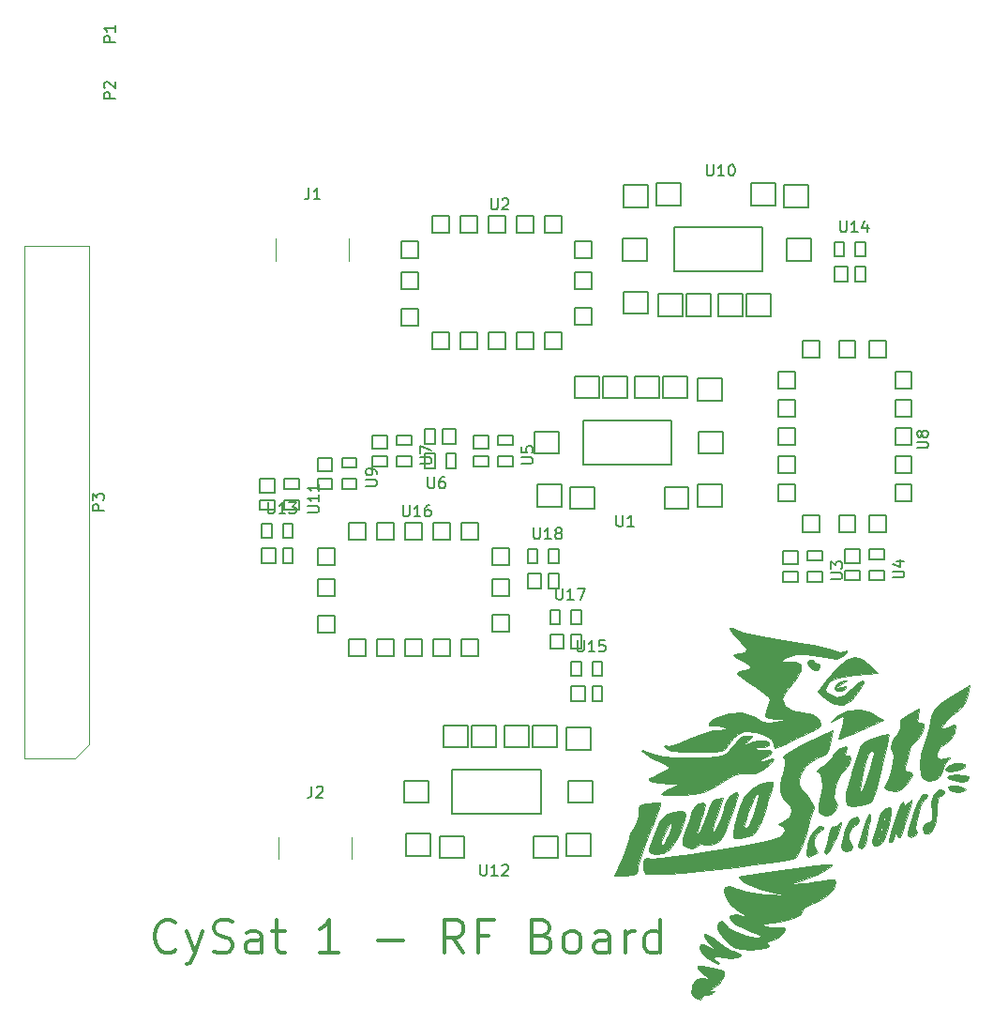
<source format=gbr>
G04 #@! TF.GenerationSoftware,KiCad,Pcbnew,5.0.0*
G04 #@! TF.CreationDate,2018-07-30T22:47:14-05:00*
G04 #@! TF.ProjectId,Header_Board,4865616465725F426F6172642E6B6963,rev?*
G04 #@! TF.SameCoordinates,Original*
G04 #@! TF.FileFunction,Legend,Top*
G04 #@! TF.FilePolarity,Positive*
%FSLAX46Y46*%
G04 Gerber Fmt 4.6, Leading zero omitted, Abs format (unit mm)*
G04 Created by KiCad (PCBNEW 5.0.0) date Mon Jul 30 22:47:14 2018*
%MOMM*%
%LPD*%
G01*
G04 APERTURE LIST*
%ADD10C,0.300000*%
%ADD11C,0.150000*%
%ADD12C,0.120000*%
%ADD13C,0.010000*%
G04 APERTURE END LIST*
D10*
X98507000Y-147248428D02*
X98364142Y-147391285D01*
X97935571Y-147534142D01*
X97649857Y-147534142D01*
X97221285Y-147391285D01*
X96935571Y-147105571D01*
X96792714Y-146819857D01*
X96649857Y-146248428D01*
X96649857Y-145819857D01*
X96792714Y-145248428D01*
X96935571Y-144962714D01*
X97221285Y-144677000D01*
X97649857Y-144534142D01*
X97935571Y-144534142D01*
X98364142Y-144677000D01*
X98507000Y-144819857D01*
X99507000Y-145534142D02*
X100221285Y-147534142D01*
X100935571Y-145534142D02*
X100221285Y-147534142D01*
X99935571Y-148248428D01*
X99792714Y-148391285D01*
X99507000Y-148534142D01*
X101935571Y-147391285D02*
X102364142Y-147534142D01*
X103078428Y-147534142D01*
X103364142Y-147391285D01*
X103507000Y-147248428D01*
X103649857Y-146962714D01*
X103649857Y-146677000D01*
X103507000Y-146391285D01*
X103364142Y-146248428D01*
X103078428Y-146105571D01*
X102507000Y-145962714D01*
X102221285Y-145819857D01*
X102078428Y-145677000D01*
X101935571Y-145391285D01*
X101935571Y-145105571D01*
X102078428Y-144819857D01*
X102221285Y-144677000D01*
X102507000Y-144534142D01*
X103221285Y-144534142D01*
X103649857Y-144677000D01*
X106221285Y-147534142D02*
X106221285Y-145962714D01*
X106078428Y-145677000D01*
X105792714Y-145534142D01*
X105221285Y-145534142D01*
X104935571Y-145677000D01*
X106221285Y-147391285D02*
X105935571Y-147534142D01*
X105221285Y-147534142D01*
X104935571Y-147391285D01*
X104792714Y-147105571D01*
X104792714Y-146819857D01*
X104935571Y-146534142D01*
X105221285Y-146391285D01*
X105935571Y-146391285D01*
X106221285Y-146248428D01*
X107221285Y-145534142D02*
X108364142Y-145534142D01*
X107649857Y-144534142D02*
X107649857Y-147105571D01*
X107792714Y-147391285D01*
X108078428Y-147534142D01*
X108364142Y-147534142D01*
X113221285Y-147534142D02*
X111507000Y-147534142D01*
X112364142Y-147534142D02*
X112364142Y-144534142D01*
X112078428Y-144962714D01*
X111792714Y-145248428D01*
X111507000Y-145391285D01*
X116792714Y-146391285D02*
X119078428Y-146391285D01*
X124507000Y-147534142D02*
X123507000Y-146105571D01*
X122792714Y-147534142D02*
X122792714Y-144534142D01*
X123935571Y-144534142D01*
X124221285Y-144677000D01*
X124364142Y-144819857D01*
X124507000Y-145105571D01*
X124507000Y-145534142D01*
X124364142Y-145819857D01*
X124221285Y-145962714D01*
X123935571Y-146105571D01*
X122792714Y-146105571D01*
X126792714Y-145962714D02*
X125792714Y-145962714D01*
X125792714Y-147534142D02*
X125792714Y-144534142D01*
X127221285Y-144534142D01*
X131649857Y-145962714D02*
X132078428Y-146105571D01*
X132221285Y-146248428D01*
X132364142Y-146534142D01*
X132364142Y-146962714D01*
X132221285Y-147248428D01*
X132078428Y-147391285D01*
X131792714Y-147534142D01*
X130649857Y-147534142D01*
X130649857Y-144534142D01*
X131649857Y-144534142D01*
X131935571Y-144677000D01*
X132078428Y-144819857D01*
X132221285Y-145105571D01*
X132221285Y-145391285D01*
X132078428Y-145677000D01*
X131935571Y-145819857D01*
X131649857Y-145962714D01*
X130649857Y-145962714D01*
X134078428Y-147534142D02*
X133792714Y-147391285D01*
X133649857Y-147248428D01*
X133507000Y-146962714D01*
X133507000Y-146105571D01*
X133649857Y-145819857D01*
X133792714Y-145677000D01*
X134078428Y-145534142D01*
X134507000Y-145534142D01*
X134792714Y-145677000D01*
X134935571Y-145819857D01*
X135078428Y-146105571D01*
X135078428Y-146962714D01*
X134935571Y-147248428D01*
X134792714Y-147391285D01*
X134507000Y-147534142D01*
X134078428Y-147534142D01*
X137649857Y-147534142D02*
X137649857Y-145962714D01*
X137507000Y-145677000D01*
X137221285Y-145534142D01*
X136649857Y-145534142D01*
X136364142Y-145677000D01*
X137649857Y-147391285D02*
X137364142Y-147534142D01*
X136649857Y-147534142D01*
X136364142Y-147391285D01*
X136221285Y-147105571D01*
X136221285Y-146819857D01*
X136364142Y-146534142D01*
X136649857Y-146391285D01*
X137364142Y-146391285D01*
X137649857Y-146248428D01*
X139078428Y-147534142D02*
X139078428Y-145534142D01*
X139078428Y-146105571D02*
X139221285Y-145819857D01*
X139364142Y-145677000D01*
X139649857Y-145534142D01*
X139935571Y-145534142D01*
X142221285Y-147534142D02*
X142221285Y-144534142D01*
X142221285Y-147391285D02*
X141935571Y-147534142D01*
X141364142Y-147534142D01*
X141078428Y-147391285D01*
X140935571Y-147248428D01*
X140792714Y-146962714D01*
X140792714Y-146105571D01*
X140935571Y-145819857D01*
X141078428Y-145677000D01*
X141364142Y-145534142D01*
X141935571Y-145534142D01*
X142221285Y-145677000D01*
D11*
G04 #@! TO.C,U10*
X143488000Y-82064000D02*
X143488000Y-86064000D01*
X143488000Y-86064000D02*
X151488000Y-86064000D01*
X151488000Y-86064000D02*
X151488000Y-82064000D01*
X151488000Y-82064000D02*
X143488000Y-82064000D01*
X141938000Y-80064000D02*
X144138000Y-80064000D01*
X144138000Y-80064000D02*
X144138000Y-78064000D01*
X144138000Y-78064000D02*
X141938000Y-78064000D01*
X141938000Y-78064000D02*
X141938000Y-80064000D01*
X150438000Y-78064000D02*
X150438000Y-80064000D01*
X152638000Y-78064000D02*
X150438000Y-78064000D01*
X152638000Y-80064000D02*
X152638000Y-78064000D01*
X150438000Y-80064000D02*
X152638000Y-80064000D01*
X153438000Y-80264000D02*
X155638000Y-80264000D01*
X155638000Y-80264000D02*
X155638000Y-78264000D01*
X155638000Y-78264000D02*
X153438000Y-78264000D01*
X153438000Y-78264000D02*
X153438000Y-80264000D01*
X153638000Y-83064000D02*
X153638000Y-85064000D01*
X155838000Y-83064000D02*
X153638000Y-83064000D01*
X155838000Y-85064000D02*
X155838000Y-83064000D01*
X153638000Y-85064000D02*
X155838000Y-85064000D01*
X150038000Y-90064000D02*
X152238000Y-90064000D01*
X152238000Y-90064000D02*
X152238000Y-88064000D01*
X152238000Y-88064000D02*
X150038000Y-88064000D01*
X150038000Y-88064000D02*
X150038000Y-90064000D01*
X147488000Y-88064000D02*
X147488000Y-90064000D01*
X149688000Y-88064000D02*
X147488000Y-88064000D01*
X149688000Y-90064000D02*
X149688000Y-88064000D01*
X147488000Y-90064000D02*
X149688000Y-90064000D01*
X144588000Y-90064000D02*
X146788000Y-90064000D01*
X146788000Y-90064000D02*
X146788000Y-88064000D01*
X146788000Y-88064000D02*
X144588000Y-88064000D01*
X144588000Y-88064000D02*
X144588000Y-90064000D01*
X142038000Y-88064000D02*
X142038000Y-90064000D01*
X144238000Y-88064000D02*
X142038000Y-88064000D01*
X144238000Y-90064000D02*
X144238000Y-88064000D01*
X142038000Y-90064000D02*
X144238000Y-90064000D01*
X138938000Y-89864000D02*
X141138000Y-89864000D01*
X141138000Y-89864000D02*
X141138000Y-87864000D01*
X141138000Y-87864000D02*
X138938000Y-87864000D01*
X138938000Y-87864000D02*
X138938000Y-89864000D01*
X138838000Y-83064000D02*
X138838000Y-85064000D01*
X141038000Y-83064000D02*
X138838000Y-83064000D01*
X141038000Y-85064000D02*
X141038000Y-83064000D01*
X138838000Y-85064000D02*
X141038000Y-85064000D01*
X138938000Y-80264000D02*
X141138000Y-80264000D01*
X141138000Y-80264000D02*
X141138000Y-78264000D01*
X141138000Y-78264000D02*
X138938000Y-78264000D01*
X138938000Y-78264000D02*
X138938000Y-80264000D01*
G04 #@! TO.C,U8*
X154457000Y-105263000D02*
X152937000Y-105263000D01*
X154457000Y-106783000D02*
X154457000Y-105263000D01*
X152937000Y-106783000D02*
X154457000Y-106783000D01*
X152937000Y-105263000D02*
X152937000Y-106783000D01*
X152937000Y-105263000D02*
X152937000Y-106783000D01*
X152937000Y-106783000D02*
X154457000Y-106783000D01*
X154457000Y-106783000D02*
X154457000Y-105263000D01*
X154457000Y-105263000D02*
X152937000Y-105263000D01*
X154457000Y-102722800D02*
X152937000Y-102722800D01*
X154457000Y-104242800D02*
X154457000Y-102722800D01*
X152937000Y-104242800D02*
X154457000Y-104242800D01*
X152937000Y-102722800D02*
X152937000Y-104242800D01*
X152937000Y-102722800D02*
X152937000Y-104242800D01*
X152937000Y-104242800D02*
X154457000Y-104242800D01*
X154457000Y-104242800D02*
X154457000Y-102722800D01*
X154457000Y-102722800D02*
X152937000Y-102722800D01*
X154457000Y-100183000D02*
X152937000Y-100183000D01*
X154457000Y-101703000D02*
X154457000Y-100183000D01*
X152937000Y-101703000D02*
X154457000Y-101703000D01*
X152937000Y-100183000D02*
X152937000Y-101703000D01*
X152937000Y-100183000D02*
X152937000Y-101703000D01*
X152937000Y-101703000D02*
X154457000Y-101703000D01*
X154457000Y-101703000D02*
X154457000Y-100183000D01*
X154457000Y-100183000D02*
X152937000Y-100183000D01*
X154457000Y-97643000D02*
X152937000Y-97643000D01*
X154457000Y-99163000D02*
X154457000Y-97643000D01*
X152937000Y-99163000D02*
X154457000Y-99163000D01*
X152937000Y-97643000D02*
X152937000Y-99163000D01*
X152937000Y-97643000D02*
X152937000Y-99163000D01*
X152937000Y-99163000D02*
X154457000Y-99163000D01*
X154457000Y-99163000D02*
X154457000Y-97643000D01*
X154457000Y-97643000D02*
X152937000Y-97643000D01*
X154457000Y-95103000D02*
X152937000Y-95103000D01*
X154457000Y-96623000D02*
X154457000Y-95103000D01*
X152937000Y-96623000D02*
X154457000Y-96623000D01*
X152937000Y-95103000D02*
X152937000Y-96623000D01*
X152937000Y-95103000D02*
X152937000Y-96623000D01*
X152937000Y-96623000D02*
X154457000Y-96623000D01*
X154457000Y-96623000D02*
X154457000Y-95103000D01*
X154457000Y-95103000D02*
X152937000Y-95103000D01*
X156666600Y-108033000D02*
X155146600Y-108033000D01*
X156666600Y-109553000D02*
X156666600Y-108033000D01*
X155146600Y-109553000D02*
X156666600Y-109553000D01*
X155146600Y-108033000D02*
X155146600Y-109553000D01*
X155146600Y-108033000D02*
X155146600Y-109553000D01*
X155146600Y-109553000D02*
X156666600Y-109553000D01*
X156666600Y-109553000D02*
X156666600Y-108033000D01*
X156666600Y-108033000D02*
X155146600Y-108033000D01*
X159897000Y-108033000D02*
X158377000Y-108033000D01*
X159897000Y-109553000D02*
X159897000Y-108033000D01*
X158377000Y-109553000D02*
X159897000Y-109553000D01*
X158377000Y-108033000D02*
X158377000Y-109553000D01*
X158377000Y-108033000D02*
X158377000Y-109553000D01*
X158377000Y-109553000D02*
X159897000Y-109553000D01*
X159897000Y-109553000D02*
X159897000Y-108033000D01*
X159897000Y-108033000D02*
X158377000Y-108033000D01*
X162687000Y-108033000D02*
X161167000Y-108033000D01*
X162687000Y-109553000D02*
X162687000Y-108033000D01*
X161167000Y-109553000D02*
X162687000Y-109553000D01*
X161167000Y-108033000D02*
X161167000Y-109553000D01*
X161167000Y-108033000D02*
X161167000Y-109553000D01*
X161167000Y-109553000D02*
X162687000Y-109553000D01*
X162687000Y-109553000D02*
X162687000Y-108033000D01*
X162687000Y-108033000D02*
X161167000Y-108033000D01*
X164977000Y-105263000D02*
X163457000Y-105263000D01*
X164977000Y-106783000D02*
X164977000Y-105263000D01*
X163457000Y-106783000D02*
X164977000Y-106783000D01*
X163457000Y-105263000D02*
X163457000Y-106783000D01*
X163457000Y-105263000D02*
X163457000Y-106783000D01*
X163457000Y-106783000D02*
X164977000Y-106783000D01*
X164977000Y-106783000D02*
X164977000Y-105263000D01*
X164977000Y-105263000D02*
X163457000Y-105263000D01*
X164977000Y-102723000D02*
X163457000Y-102723000D01*
X164977000Y-104243000D02*
X164977000Y-102723000D01*
X163457000Y-104243000D02*
X164977000Y-104243000D01*
X163457000Y-102723000D02*
X163457000Y-104243000D01*
X163457000Y-102723000D02*
X163457000Y-104243000D01*
X163457000Y-104243000D02*
X164977000Y-104243000D01*
X164977000Y-104243000D02*
X164977000Y-102723000D01*
X164977000Y-102723000D02*
X163457000Y-102723000D01*
X164977000Y-100183000D02*
X163457000Y-100183000D01*
X164977000Y-101703000D02*
X164977000Y-100183000D01*
X163457000Y-101703000D02*
X164977000Y-101703000D01*
X163457000Y-100183000D02*
X163457000Y-101703000D01*
X163457000Y-100183000D02*
X163457000Y-101703000D01*
X163457000Y-101703000D02*
X164977000Y-101703000D01*
X164977000Y-101703000D02*
X164977000Y-100183000D01*
X164977000Y-100183000D02*
X163457000Y-100183000D01*
X164977000Y-97643000D02*
X163457000Y-97643000D01*
X164977000Y-99163000D02*
X164977000Y-97643000D01*
X163457000Y-99163000D02*
X164977000Y-99163000D01*
X163457000Y-97643000D02*
X163457000Y-99163000D01*
X163457000Y-97643000D02*
X163457000Y-99163000D01*
X163457000Y-99163000D02*
X164977000Y-99163000D01*
X164977000Y-99163000D02*
X164977000Y-97643000D01*
X164977000Y-97643000D02*
X163457000Y-97643000D01*
X164977000Y-95103000D02*
X163457000Y-95103000D01*
X164977000Y-96623000D02*
X164977000Y-95103000D01*
X163457000Y-96623000D02*
X164977000Y-96623000D01*
X163457000Y-95103000D02*
X163457000Y-96623000D01*
X163457000Y-95103000D02*
X163457000Y-96623000D01*
X163457000Y-96623000D02*
X164977000Y-96623000D01*
X164977000Y-96623000D02*
X164977000Y-95103000D01*
X164977000Y-95103000D02*
X163457000Y-95103000D01*
X156617000Y-92333000D02*
X155097000Y-92333000D01*
X156617000Y-93853000D02*
X156617000Y-92333000D01*
X155097000Y-93853000D02*
X156617000Y-93853000D01*
X155097000Y-92333000D02*
X155097000Y-93853000D01*
X155097000Y-92333000D02*
X155097000Y-93853000D01*
X155097000Y-93853000D02*
X156617000Y-93853000D01*
X156617000Y-93853000D02*
X156617000Y-92333000D01*
X156617000Y-92333000D02*
X155097000Y-92333000D01*
X162687000Y-92333000D02*
X161167000Y-92333000D01*
X162687000Y-93853000D02*
X162687000Y-92333000D01*
X161167000Y-93853000D02*
X162687000Y-93853000D01*
X161167000Y-92333000D02*
X161167000Y-93853000D01*
X161167000Y-92333000D02*
X161167000Y-93853000D01*
X161167000Y-93853000D02*
X162687000Y-93853000D01*
X162687000Y-93853000D02*
X162687000Y-92333000D01*
X162687000Y-92333000D02*
X161167000Y-92333000D01*
X159897000Y-92333000D02*
X158377000Y-92333000D01*
X159897000Y-93853000D02*
X159897000Y-92333000D01*
X158377000Y-93853000D02*
X159897000Y-93853000D01*
X158377000Y-92333000D02*
X158377000Y-93853000D01*
X158377000Y-92333000D02*
X158377000Y-93853000D01*
X158377000Y-93853000D02*
X159897000Y-93853000D01*
X159897000Y-93853000D02*
X159897000Y-92333000D01*
X159897000Y-92333000D02*
X158377000Y-92333000D01*
D12*
G04 #@! TO.C,P3*
X90677000Y-128707800D02*
X90677000Y-83737800D01*
X84837000Y-129977800D02*
X84837000Y-83737800D01*
X89407000Y-129977800D02*
X84837000Y-129977800D01*
X90677000Y-83737800D02*
X84837000Y-83737800D01*
X90677000Y-128707800D02*
X89407000Y-129977800D01*
G04 #@! TO.C,J1*
X107571000Y-83074000D02*
X107571000Y-85074000D01*
X114171000Y-83074000D02*
X114171000Y-85074000D01*
G04 #@! TO.C,J2*
X107825000Y-137049000D02*
X107825000Y-139049000D01*
X114425000Y-137049000D02*
X114425000Y-139049000D01*
D11*
G04 #@! TO.C,U1*
X143278000Y-103483000D02*
X143278000Y-99483000D01*
X143278000Y-99483000D02*
X135278000Y-99483000D01*
X135278000Y-99483000D02*
X135278000Y-103483000D01*
X135278000Y-103483000D02*
X143278000Y-103483000D01*
X144828000Y-105483000D02*
X142628000Y-105483000D01*
X142628000Y-105483000D02*
X142628000Y-107483000D01*
X142628000Y-107483000D02*
X144828000Y-107483000D01*
X144828000Y-107483000D02*
X144828000Y-105483000D01*
X136328000Y-107483000D02*
X136328000Y-105483000D01*
X134128000Y-107483000D02*
X136328000Y-107483000D01*
X134128000Y-105483000D02*
X134128000Y-107483000D01*
X136328000Y-105483000D02*
X134128000Y-105483000D01*
X133328000Y-105283000D02*
X131128000Y-105283000D01*
X131128000Y-105283000D02*
X131128000Y-107283000D01*
X131128000Y-107283000D02*
X133328000Y-107283000D01*
X133328000Y-107283000D02*
X133328000Y-105283000D01*
X133128000Y-102483000D02*
X133128000Y-100483000D01*
X130928000Y-102483000D02*
X133128000Y-102483000D01*
X130928000Y-100483000D02*
X130928000Y-102483000D01*
X133128000Y-100483000D02*
X130928000Y-100483000D01*
X136728000Y-95483000D02*
X134528000Y-95483000D01*
X134528000Y-95483000D02*
X134528000Y-97483000D01*
X134528000Y-97483000D02*
X136728000Y-97483000D01*
X136728000Y-97483000D02*
X136728000Y-95483000D01*
X139278000Y-97483000D02*
X139278000Y-95483000D01*
X137078000Y-97483000D02*
X139278000Y-97483000D01*
X137078000Y-95483000D02*
X137078000Y-97483000D01*
X139278000Y-95483000D02*
X137078000Y-95483000D01*
X142178000Y-95483000D02*
X139978000Y-95483000D01*
X139978000Y-95483000D02*
X139978000Y-97483000D01*
X139978000Y-97483000D02*
X142178000Y-97483000D01*
X142178000Y-97483000D02*
X142178000Y-95483000D01*
X144728000Y-97483000D02*
X144728000Y-95483000D01*
X142528000Y-97483000D02*
X144728000Y-97483000D01*
X142528000Y-95483000D02*
X142528000Y-97483000D01*
X144728000Y-95483000D02*
X142528000Y-95483000D01*
X147828000Y-95683000D02*
X145628000Y-95683000D01*
X145628000Y-95683000D02*
X145628000Y-97683000D01*
X145628000Y-97683000D02*
X147828000Y-97683000D01*
X147828000Y-97683000D02*
X147828000Y-95683000D01*
X147928000Y-102483000D02*
X147928000Y-100483000D01*
X145728000Y-102483000D02*
X147928000Y-102483000D01*
X145728000Y-100483000D02*
X145728000Y-102483000D01*
X147928000Y-100483000D02*
X145728000Y-100483000D01*
X147828000Y-105283000D02*
X145628000Y-105283000D01*
X145628000Y-105283000D02*
X145628000Y-107283000D01*
X145628000Y-107283000D02*
X147828000Y-107283000D01*
X147828000Y-107283000D02*
X147828000Y-105283000D01*
G04 #@! TO.C,U2*
X131806000Y-91542000D02*
X131806000Y-93062000D01*
X133326000Y-91542000D02*
X131806000Y-91542000D01*
X133326000Y-93062000D02*
X133326000Y-91542000D01*
X131806000Y-93062000D02*
X133326000Y-93062000D01*
X131806000Y-93062000D02*
X133326000Y-93062000D01*
X133326000Y-93062000D02*
X133326000Y-91542000D01*
X133326000Y-91542000D02*
X131806000Y-91542000D01*
X131806000Y-91542000D02*
X131806000Y-93062000D01*
X129265800Y-91542000D02*
X129265800Y-93062000D01*
X130785800Y-91542000D02*
X129265800Y-91542000D01*
X130785800Y-93062000D02*
X130785800Y-91542000D01*
X129265800Y-93062000D02*
X130785800Y-93062000D01*
X129265800Y-93062000D02*
X130785800Y-93062000D01*
X130785800Y-93062000D02*
X130785800Y-91542000D01*
X130785800Y-91542000D02*
X129265800Y-91542000D01*
X129265800Y-91542000D02*
X129265800Y-93062000D01*
X126726000Y-91542000D02*
X126726000Y-93062000D01*
X128246000Y-91542000D02*
X126726000Y-91542000D01*
X128246000Y-93062000D02*
X128246000Y-91542000D01*
X126726000Y-93062000D02*
X128246000Y-93062000D01*
X126726000Y-93062000D02*
X128246000Y-93062000D01*
X128246000Y-93062000D02*
X128246000Y-91542000D01*
X128246000Y-91542000D02*
X126726000Y-91542000D01*
X126726000Y-91542000D02*
X126726000Y-93062000D01*
X124186000Y-91542000D02*
X124186000Y-93062000D01*
X125706000Y-91542000D02*
X124186000Y-91542000D01*
X125706000Y-93062000D02*
X125706000Y-91542000D01*
X124186000Y-93062000D02*
X125706000Y-93062000D01*
X124186000Y-93062000D02*
X125706000Y-93062000D01*
X125706000Y-93062000D02*
X125706000Y-91542000D01*
X125706000Y-91542000D02*
X124186000Y-91542000D01*
X124186000Y-91542000D02*
X124186000Y-93062000D01*
X121646000Y-91542000D02*
X121646000Y-93062000D01*
X123166000Y-91542000D02*
X121646000Y-91542000D01*
X123166000Y-93062000D02*
X123166000Y-91542000D01*
X121646000Y-93062000D02*
X123166000Y-93062000D01*
X121646000Y-93062000D02*
X123166000Y-93062000D01*
X123166000Y-93062000D02*
X123166000Y-91542000D01*
X123166000Y-91542000D02*
X121646000Y-91542000D01*
X121646000Y-91542000D02*
X121646000Y-93062000D01*
X134576000Y-89332400D02*
X134576000Y-90852400D01*
X136096000Y-89332400D02*
X134576000Y-89332400D01*
X136096000Y-90852400D02*
X136096000Y-89332400D01*
X134576000Y-90852400D02*
X136096000Y-90852400D01*
X134576000Y-90852400D02*
X136096000Y-90852400D01*
X136096000Y-90852400D02*
X136096000Y-89332400D01*
X136096000Y-89332400D02*
X134576000Y-89332400D01*
X134576000Y-89332400D02*
X134576000Y-90852400D01*
X134576000Y-86102000D02*
X134576000Y-87622000D01*
X136096000Y-86102000D02*
X134576000Y-86102000D01*
X136096000Y-87622000D02*
X136096000Y-86102000D01*
X134576000Y-87622000D02*
X136096000Y-87622000D01*
X134576000Y-87622000D02*
X136096000Y-87622000D01*
X136096000Y-87622000D02*
X136096000Y-86102000D01*
X136096000Y-86102000D02*
X134576000Y-86102000D01*
X134576000Y-86102000D02*
X134576000Y-87622000D01*
X134576000Y-83312000D02*
X134576000Y-84832000D01*
X136096000Y-83312000D02*
X134576000Y-83312000D01*
X136096000Y-84832000D02*
X136096000Y-83312000D01*
X134576000Y-84832000D02*
X136096000Y-84832000D01*
X134576000Y-84832000D02*
X136096000Y-84832000D01*
X136096000Y-84832000D02*
X136096000Y-83312000D01*
X136096000Y-83312000D02*
X134576000Y-83312000D01*
X134576000Y-83312000D02*
X134576000Y-84832000D01*
X131806000Y-81022000D02*
X131806000Y-82542000D01*
X133326000Y-81022000D02*
X131806000Y-81022000D01*
X133326000Y-82542000D02*
X133326000Y-81022000D01*
X131806000Y-82542000D02*
X133326000Y-82542000D01*
X131806000Y-82542000D02*
X133326000Y-82542000D01*
X133326000Y-82542000D02*
X133326000Y-81022000D01*
X133326000Y-81022000D02*
X131806000Y-81022000D01*
X131806000Y-81022000D02*
X131806000Y-82542000D01*
X129266000Y-81022000D02*
X129266000Y-82542000D01*
X130786000Y-81022000D02*
X129266000Y-81022000D01*
X130786000Y-82542000D02*
X130786000Y-81022000D01*
X129266000Y-82542000D02*
X130786000Y-82542000D01*
X129266000Y-82542000D02*
X130786000Y-82542000D01*
X130786000Y-82542000D02*
X130786000Y-81022000D01*
X130786000Y-81022000D02*
X129266000Y-81022000D01*
X129266000Y-81022000D02*
X129266000Y-82542000D01*
X126726000Y-81022000D02*
X126726000Y-82542000D01*
X128246000Y-81022000D02*
X126726000Y-81022000D01*
X128246000Y-82542000D02*
X128246000Y-81022000D01*
X126726000Y-82542000D02*
X128246000Y-82542000D01*
X126726000Y-82542000D02*
X128246000Y-82542000D01*
X128246000Y-82542000D02*
X128246000Y-81022000D01*
X128246000Y-81022000D02*
X126726000Y-81022000D01*
X126726000Y-81022000D02*
X126726000Y-82542000D01*
X124186000Y-81022000D02*
X124186000Y-82542000D01*
X125706000Y-81022000D02*
X124186000Y-81022000D01*
X125706000Y-82542000D02*
X125706000Y-81022000D01*
X124186000Y-82542000D02*
X125706000Y-82542000D01*
X124186000Y-82542000D02*
X125706000Y-82542000D01*
X125706000Y-82542000D02*
X125706000Y-81022000D01*
X125706000Y-81022000D02*
X124186000Y-81022000D01*
X124186000Y-81022000D02*
X124186000Y-82542000D01*
X121646000Y-81022000D02*
X121646000Y-82542000D01*
X123166000Y-81022000D02*
X121646000Y-81022000D01*
X123166000Y-82542000D02*
X123166000Y-81022000D01*
X121646000Y-82542000D02*
X123166000Y-82542000D01*
X121646000Y-82542000D02*
X123166000Y-82542000D01*
X123166000Y-82542000D02*
X123166000Y-81022000D01*
X123166000Y-81022000D02*
X121646000Y-81022000D01*
X121646000Y-81022000D02*
X121646000Y-82542000D01*
X118876000Y-89382000D02*
X118876000Y-90902000D01*
X120396000Y-89382000D02*
X118876000Y-89382000D01*
X120396000Y-90902000D02*
X120396000Y-89382000D01*
X118876000Y-90902000D02*
X120396000Y-90902000D01*
X118876000Y-90902000D02*
X120396000Y-90902000D01*
X120396000Y-90902000D02*
X120396000Y-89382000D01*
X120396000Y-89382000D02*
X118876000Y-89382000D01*
X118876000Y-89382000D02*
X118876000Y-90902000D01*
X118876000Y-83312000D02*
X118876000Y-84832000D01*
X120396000Y-83312000D02*
X118876000Y-83312000D01*
X120396000Y-84832000D02*
X120396000Y-83312000D01*
X118876000Y-84832000D02*
X120396000Y-84832000D01*
X118876000Y-84832000D02*
X120396000Y-84832000D01*
X120396000Y-84832000D02*
X120396000Y-83312000D01*
X120396000Y-83312000D02*
X118876000Y-83312000D01*
X118876000Y-83312000D02*
X118876000Y-84832000D01*
X118876000Y-86102000D02*
X118876000Y-87622000D01*
X120396000Y-86102000D02*
X118876000Y-86102000D01*
X120396000Y-87622000D02*
X120396000Y-86102000D01*
X118876000Y-87622000D02*
X120396000Y-87622000D01*
X118876000Y-87622000D02*
X120396000Y-87622000D01*
X120396000Y-87622000D02*
X120396000Y-86102000D01*
X120396000Y-86102000D02*
X118876000Y-86102000D01*
X118876000Y-86102000D02*
X118876000Y-87622000D01*
G04 #@! TO.C,U3*
X153365200Y-112445800D02*
X153365200Y-111252000D01*
X154660600Y-112445800D02*
X153365200Y-112445800D01*
X154660600Y-111252000D02*
X154660600Y-112445800D01*
X153365200Y-111252000D02*
X154660600Y-111252000D01*
X153365200Y-113157000D02*
X154660600Y-113157000D01*
X154660600Y-113157000D02*
X154660600Y-114046000D01*
X154660600Y-114046000D02*
X153365200Y-114046000D01*
X153365200Y-114046000D02*
X153365200Y-113157000D01*
X155575000Y-114046000D02*
X155575000Y-113157000D01*
X156870400Y-114046000D02*
X155575000Y-114046000D01*
X156870400Y-113157000D02*
X156870400Y-114046000D01*
X155575000Y-113157000D02*
X156870400Y-113157000D01*
X155575000Y-111252000D02*
X156870400Y-111252000D01*
X156870400Y-111252000D02*
X156870400Y-112141000D01*
X156870400Y-112141000D02*
X155575000Y-112141000D01*
X155575000Y-112141000D02*
X155575000Y-111252000D01*
G04 #@! TO.C,U4*
X158953200Y-112318800D02*
X158953200Y-111125000D01*
X160248600Y-112318800D02*
X158953200Y-112318800D01*
X160248600Y-111125000D02*
X160248600Y-112318800D01*
X158953200Y-111125000D02*
X160248600Y-111125000D01*
X158953200Y-113030000D02*
X160248600Y-113030000D01*
X160248600Y-113030000D02*
X160248600Y-113919000D01*
X160248600Y-113919000D02*
X158953200Y-113919000D01*
X158953200Y-113919000D02*
X158953200Y-113030000D01*
X161163000Y-113919000D02*
X161163000Y-113030000D01*
X162458400Y-113919000D02*
X161163000Y-113919000D01*
X162458400Y-113030000D02*
X162458400Y-113919000D01*
X161163000Y-113030000D02*
X162458400Y-113030000D01*
X161163000Y-111125000D02*
X162458400Y-111125000D01*
X162458400Y-111125000D02*
X162458400Y-112014000D01*
X162458400Y-112014000D02*
X161163000Y-112014000D01*
X161163000Y-112014000D02*
X161163000Y-111125000D01*
G04 #@! TO.C,U5*
X125425200Y-102031800D02*
X125425200Y-100838000D01*
X126720600Y-102031800D02*
X125425200Y-102031800D01*
X126720600Y-100838000D02*
X126720600Y-102031800D01*
X125425200Y-100838000D02*
X126720600Y-100838000D01*
X125425200Y-102743000D02*
X126720600Y-102743000D01*
X126720600Y-102743000D02*
X126720600Y-103632000D01*
X126720600Y-103632000D02*
X125425200Y-103632000D01*
X125425200Y-103632000D02*
X125425200Y-102743000D01*
X127635000Y-103632000D02*
X127635000Y-102743000D01*
X128930400Y-103632000D02*
X127635000Y-103632000D01*
X128930400Y-102743000D02*
X128930400Y-103632000D01*
X127635000Y-102743000D02*
X128930400Y-102743000D01*
X127635000Y-100838000D02*
X128930400Y-100838000D01*
X128930400Y-100838000D02*
X128930400Y-101727000D01*
X128930400Y-101727000D02*
X127635000Y-101727000D01*
X127635000Y-101727000D02*
X127635000Y-100838000D01*
G04 #@! TO.C,U6*
X122631200Y-100279200D02*
X123825000Y-100279200D01*
X122631200Y-101574600D02*
X122631200Y-100279200D01*
X123825000Y-101574600D02*
X122631200Y-101574600D01*
X123825000Y-100279200D02*
X123825000Y-101574600D01*
X121920000Y-100279200D02*
X121920000Y-101574600D01*
X121920000Y-101574600D02*
X121031000Y-101574600D01*
X121031000Y-101574600D02*
X121031000Y-100279200D01*
X121031000Y-100279200D02*
X121920000Y-100279200D01*
X121031000Y-102489000D02*
X121920000Y-102489000D01*
X121031000Y-103784400D02*
X121031000Y-102489000D01*
X121920000Y-103784400D02*
X121031000Y-103784400D01*
X121920000Y-102489000D02*
X121920000Y-103784400D01*
X123825000Y-102489000D02*
X123825000Y-103784400D01*
X123825000Y-103784400D02*
X122936000Y-103784400D01*
X122936000Y-103784400D02*
X122936000Y-102489000D01*
X122936000Y-102489000D02*
X123825000Y-102489000D01*
G04 #@! TO.C,U7*
X116281200Y-102031800D02*
X116281200Y-100838000D01*
X117576600Y-102031800D02*
X116281200Y-102031800D01*
X117576600Y-100838000D02*
X117576600Y-102031800D01*
X116281200Y-100838000D02*
X117576600Y-100838000D01*
X116281200Y-102743000D02*
X117576600Y-102743000D01*
X117576600Y-102743000D02*
X117576600Y-103632000D01*
X117576600Y-103632000D02*
X116281200Y-103632000D01*
X116281200Y-103632000D02*
X116281200Y-102743000D01*
X118491000Y-103632000D02*
X118491000Y-102743000D01*
X119786400Y-103632000D02*
X118491000Y-103632000D01*
X119786400Y-102743000D02*
X119786400Y-103632000D01*
X118491000Y-102743000D02*
X119786400Y-102743000D01*
X118491000Y-100838000D02*
X119786400Y-100838000D01*
X119786400Y-100838000D02*
X119786400Y-101727000D01*
X119786400Y-101727000D02*
X118491000Y-101727000D01*
X118491000Y-101727000D02*
X118491000Y-100838000D01*
G04 #@! TO.C,U9*
X111328200Y-104063800D02*
X111328200Y-102870000D01*
X112623600Y-104063800D02*
X111328200Y-104063800D01*
X112623600Y-102870000D02*
X112623600Y-104063800D01*
X111328200Y-102870000D02*
X112623600Y-102870000D01*
X111328200Y-104775000D02*
X112623600Y-104775000D01*
X112623600Y-104775000D02*
X112623600Y-105664000D01*
X112623600Y-105664000D02*
X111328200Y-105664000D01*
X111328200Y-105664000D02*
X111328200Y-104775000D01*
X113538000Y-105664000D02*
X113538000Y-104775000D01*
X114833400Y-105664000D02*
X113538000Y-105664000D01*
X114833400Y-104775000D02*
X114833400Y-105664000D01*
X113538000Y-104775000D02*
X114833400Y-104775000D01*
X113538000Y-102870000D02*
X114833400Y-102870000D01*
X114833400Y-102870000D02*
X114833400Y-103759000D01*
X114833400Y-103759000D02*
X113538000Y-103759000D01*
X113538000Y-103759000D02*
X113538000Y-102870000D01*
G04 #@! TO.C,U11*
X106121200Y-105968800D02*
X106121200Y-104775000D01*
X107416600Y-105968800D02*
X106121200Y-105968800D01*
X107416600Y-104775000D02*
X107416600Y-105968800D01*
X106121200Y-104775000D02*
X107416600Y-104775000D01*
X106121200Y-106680000D02*
X107416600Y-106680000D01*
X107416600Y-106680000D02*
X107416600Y-107569000D01*
X107416600Y-107569000D02*
X106121200Y-107569000D01*
X106121200Y-107569000D02*
X106121200Y-106680000D01*
X108331000Y-107569000D02*
X108331000Y-106680000D01*
X109626400Y-107569000D02*
X108331000Y-107569000D01*
X109626400Y-106680000D02*
X109626400Y-107569000D01*
X108331000Y-106680000D02*
X109626400Y-106680000D01*
X108331000Y-104775000D02*
X109626400Y-104775000D01*
X109626400Y-104775000D02*
X109626400Y-105664000D01*
X109626400Y-105664000D02*
X108331000Y-105664000D01*
X108331000Y-105664000D02*
X108331000Y-104775000D01*
G04 #@! TO.C,U12*
X131467000Y-134979000D02*
X131467000Y-130979000D01*
X131467000Y-130979000D02*
X123467000Y-130979000D01*
X123467000Y-130979000D02*
X123467000Y-134979000D01*
X123467000Y-134979000D02*
X131467000Y-134979000D01*
X133017000Y-136979000D02*
X130817000Y-136979000D01*
X130817000Y-136979000D02*
X130817000Y-138979000D01*
X130817000Y-138979000D02*
X133017000Y-138979000D01*
X133017000Y-138979000D02*
X133017000Y-136979000D01*
X124517000Y-138979000D02*
X124517000Y-136979000D01*
X122317000Y-138979000D02*
X124517000Y-138979000D01*
X122317000Y-136979000D02*
X122317000Y-138979000D01*
X124517000Y-136979000D02*
X122317000Y-136979000D01*
X121517000Y-136779000D02*
X119317000Y-136779000D01*
X119317000Y-136779000D02*
X119317000Y-138779000D01*
X119317000Y-138779000D02*
X121517000Y-138779000D01*
X121517000Y-138779000D02*
X121517000Y-136779000D01*
X121317000Y-133979000D02*
X121317000Y-131979000D01*
X119117000Y-133979000D02*
X121317000Y-133979000D01*
X119117000Y-131979000D02*
X119117000Y-133979000D01*
X121317000Y-131979000D02*
X119117000Y-131979000D01*
X124917000Y-126979000D02*
X122717000Y-126979000D01*
X122717000Y-126979000D02*
X122717000Y-128979000D01*
X122717000Y-128979000D02*
X124917000Y-128979000D01*
X124917000Y-128979000D02*
X124917000Y-126979000D01*
X127467000Y-128979000D02*
X127467000Y-126979000D01*
X125267000Y-128979000D02*
X127467000Y-128979000D01*
X125267000Y-126979000D02*
X125267000Y-128979000D01*
X127467000Y-126979000D02*
X125267000Y-126979000D01*
X130367000Y-126979000D02*
X128167000Y-126979000D01*
X128167000Y-126979000D02*
X128167000Y-128979000D01*
X128167000Y-128979000D02*
X130367000Y-128979000D01*
X130367000Y-128979000D02*
X130367000Y-126979000D01*
X132917000Y-128979000D02*
X132917000Y-126979000D01*
X130717000Y-128979000D02*
X132917000Y-128979000D01*
X130717000Y-126979000D02*
X130717000Y-128979000D01*
X132917000Y-126979000D02*
X130717000Y-126979000D01*
X136017000Y-127179000D02*
X133817000Y-127179000D01*
X133817000Y-127179000D02*
X133817000Y-129179000D01*
X133817000Y-129179000D02*
X136017000Y-129179000D01*
X136017000Y-129179000D02*
X136017000Y-127179000D01*
X136117000Y-133979000D02*
X136117000Y-131979000D01*
X133917000Y-133979000D02*
X136117000Y-133979000D01*
X133917000Y-131979000D02*
X133917000Y-133979000D01*
X136117000Y-131979000D02*
X133917000Y-131979000D01*
X136017000Y-136779000D02*
X133817000Y-136779000D01*
X133817000Y-136779000D02*
X133817000Y-138779000D01*
X133817000Y-138779000D02*
X136017000Y-138779000D01*
X136017000Y-138779000D02*
X136017000Y-136779000D01*
G04 #@! TO.C,U13*
X107492800Y-112318800D02*
X106299000Y-112318800D01*
X107492800Y-111023400D02*
X107492800Y-112318800D01*
X106299000Y-111023400D02*
X107492800Y-111023400D01*
X106299000Y-112318800D02*
X106299000Y-111023400D01*
X108204000Y-112318800D02*
X108204000Y-111023400D01*
X108204000Y-111023400D02*
X109093000Y-111023400D01*
X109093000Y-111023400D02*
X109093000Y-112318800D01*
X109093000Y-112318800D02*
X108204000Y-112318800D01*
X109093000Y-110109000D02*
X108204000Y-110109000D01*
X109093000Y-108813600D02*
X109093000Y-110109000D01*
X108204000Y-108813600D02*
X109093000Y-108813600D01*
X108204000Y-110109000D02*
X108204000Y-108813600D01*
X106299000Y-110109000D02*
X106299000Y-108813600D01*
X106299000Y-108813600D02*
X107188000Y-108813600D01*
X107188000Y-108813600D02*
X107188000Y-110109000D01*
X107188000Y-110109000D02*
X106299000Y-110109000D01*
G04 #@! TO.C,U14*
X159181800Y-86918800D02*
X157988000Y-86918800D01*
X159181800Y-85623400D02*
X159181800Y-86918800D01*
X157988000Y-85623400D02*
X159181800Y-85623400D01*
X157988000Y-86918800D02*
X157988000Y-85623400D01*
X159893000Y-86918800D02*
X159893000Y-85623400D01*
X159893000Y-85623400D02*
X160782000Y-85623400D01*
X160782000Y-85623400D02*
X160782000Y-86918800D01*
X160782000Y-86918800D02*
X159893000Y-86918800D01*
X160782000Y-84709000D02*
X159893000Y-84709000D01*
X160782000Y-83413600D02*
X160782000Y-84709000D01*
X159893000Y-83413600D02*
X160782000Y-83413600D01*
X159893000Y-84709000D02*
X159893000Y-83413600D01*
X157988000Y-84709000D02*
X157988000Y-83413600D01*
X157988000Y-83413600D02*
X158877000Y-83413600D01*
X158877000Y-83413600D02*
X158877000Y-84709000D01*
X158877000Y-84709000D02*
X157988000Y-84709000D01*
G04 #@! TO.C,U15*
X135432800Y-124764800D02*
X134239000Y-124764800D01*
X135432800Y-123469400D02*
X135432800Y-124764800D01*
X134239000Y-123469400D02*
X135432800Y-123469400D01*
X134239000Y-124764800D02*
X134239000Y-123469400D01*
X136144000Y-124764800D02*
X136144000Y-123469400D01*
X136144000Y-123469400D02*
X137033000Y-123469400D01*
X137033000Y-123469400D02*
X137033000Y-124764800D01*
X137033000Y-124764800D02*
X136144000Y-124764800D01*
X137033000Y-122555000D02*
X136144000Y-122555000D01*
X137033000Y-121259600D02*
X137033000Y-122555000D01*
X136144000Y-121259600D02*
X137033000Y-121259600D01*
X136144000Y-122555000D02*
X136144000Y-121259600D01*
X134239000Y-122555000D02*
X134239000Y-121259600D01*
X134239000Y-121259600D02*
X135128000Y-121259600D01*
X135128000Y-121259600D02*
X135128000Y-122555000D01*
X135128000Y-122555000D02*
X134239000Y-122555000D01*
G04 #@! TO.C,U16*
X124313000Y-119228000D02*
X124313000Y-120748000D01*
X125833000Y-119228000D02*
X124313000Y-119228000D01*
X125833000Y-120748000D02*
X125833000Y-119228000D01*
X124313000Y-120748000D02*
X125833000Y-120748000D01*
X124313000Y-120748000D02*
X125833000Y-120748000D01*
X125833000Y-120748000D02*
X125833000Y-119228000D01*
X125833000Y-119228000D02*
X124313000Y-119228000D01*
X124313000Y-119228000D02*
X124313000Y-120748000D01*
X121772800Y-119228000D02*
X121772800Y-120748000D01*
X123292800Y-119228000D02*
X121772800Y-119228000D01*
X123292800Y-120748000D02*
X123292800Y-119228000D01*
X121772800Y-120748000D02*
X123292800Y-120748000D01*
X121772800Y-120748000D02*
X123292800Y-120748000D01*
X123292800Y-120748000D02*
X123292800Y-119228000D01*
X123292800Y-119228000D02*
X121772800Y-119228000D01*
X121772800Y-119228000D02*
X121772800Y-120748000D01*
X119233000Y-119228000D02*
X119233000Y-120748000D01*
X120753000Y-119228000D02*
X119233000Y-119228000D01*
X120753000Y-120748000D02*
X120753000Y-119228000D01*
X119233000Y-120748000D02*
X120753000Y-120748000D01*
X119233000Y-120748000D02*
X120753000Y-120748000D01*
X120753000Y-120748000D02*
X120753000Y-119228000D01*
X120753000Y-119228000D02*
X119233000Y-119228000D01*
X119233000Y-119228000D02*
X119233000Y-120748000D01*
X116693000Y-119228000D02*
X116693000Y-120748000D01*
X118213000Y-119228000D02*
X116693000Y-119228000D01*
X118213000Y-120748000D02*
X118213000Y-119228000D01*
X116693000Y-120748000D02*
X118213000Y-120748000D01*
X116693000Y-120748000D02*
X118213000Y-120748000D01*
X118213000Y-120748000D02*
X118213000Y-119228000D01*
X118213000Y-119228000D02*
X116693000Y-119228000D01*
X116693000Y-119228000D02*
X116693000Y-120748000D01*
X114153000Y-119228000D02*
X114153000Y-120748000D01*
X115673000Y-119228000D02*
X114153000Y-119228000D01*
X115673000Y-120748000D02*
X115673000Y-119228000D01*
X114153000Y-120748000D02*
X115673000Y-120748000D01*
X114153000Y-120748000D02*
X115673000Y-120748000D01*
X115673000Y-120748000D02*
X115673000Y-119228000D01*
X115673000Y-119228000D02*
X114153000Y-119228000D01*
X114153000Y-119228000D02*
X114153000Y-120748000D01*
X127083000Y-117018400D02*
X127083000Y-118538400D01*
X128603000Y-117018400D02*
X127083000Y-117018400D01*
X128603000Y-118538400D02*
X128603000Y-117018400D01*
X127083000Y-118538400D02*
X128603000Y-118538400D01*
X127083000Y-118538400D02*
X128603000Y-118538400D01*
X128603000Y-118538400D02*
X128603000Y-117018400D01*
X128603000Y-117018400D02*
X127083000Y-117018400D01*
X127083000Y-117018400D02*
X127083000Y-118538400D01*
X127083000Y-113788000D02*
X127083000Y-115308000D01*
X128603000Y-113788000D02*
X127083000Y-113788000D01*
X128603000Y-115308000D02*
X128603000Y-113788000D01*
X127083000Y-115308000D02*
X128603000Y-115308000D01*
X127083000Y-115308000D02*
X128603000Y-115308000D01*
X128603000Y-115308000D02*
X128603000Y-113788000D01*
X128603000Y-113788000D02*
X127083000Y-113788000D01*
X127083000Y-113788000D02*
X127083000Y-115308000D01*
X127083000Y-110998000D02*
X127083000Y-112518000D01*
X128603000Y-110998000D02*
X127083000Y-110998000D01*
X128603000Y-112518000D02*
X128603000Y-110998000D01*
X127083000Y-112518000D02*
X128603000Y-112518000D01*
X127083000Y-112518000D02*
X128603000Y-112518000D01*
X128603000Y-112518000D02*
X128603000Y-110998000D01*
X128603000Y-110998000D02*
X127083000Y-110998000D01*
X127083000Y-110998000D02*
X127083000Y-112518000D01*
X124313000Y-108708000D02*
X124313000Y-110228000D01*
X125833000Y-108708000D02*
X124313000Y-108708000D01*
X125833000Y-110228000D02*
X125833000Y-108708000D01*
X124313000Y-110228000D02*
X125833000Y-110228000D01*
X124313000Y-110228000D02*
X125833000Y-110228000D01*
X125833000Y-110228000D02*
X125833000Y-108708000D01*
X125833000Y-108708000D02*
X124313000Y-108708000D01*
X124313000Y-108708000D02*
X124313000Y-110228000D01*
X121773000Y-108708000D02*
X121773000Y-110228000D01*
X123293000Y-108708000D02*
X121773000Y-108708000D01*
X123293000Y-110228000D02*
X123293000Y-108708000D01*
X121773000Y-110228000D02*
X123293000Y-110228000D01*
X121773000Y-110228000D02*
X123293000Y-110228000D01*
X123293000Y-110228000D02*
X123293000Y-108708000D01*
X123293000Y-108708000D02*
X121773000Y-108708000D01*
X121773000Y-108708000D02*
X121773000Y-110228000D01*
X119233000Y-108708000D02*
X119233000Y-110228000D01*
X120753000Y-108708000D02*
X119233000Y-108708000D01*
X120753000Y-110228000D02*
X120753000Y-108708000D01*
X119233000Y-110228000D02*
X120753000Y-110228000D01*
X119233000Y-110228000D02*
X120753000Y-110228000D01*
X120753000Y-110228000D02*
X120753000Y-108708000D01*
X120753000Y-108708000D02*
X119233000Y-108708000D01*
X119233000Y-108708000D02*
X119233000Y-110228000D01*
X116693000Y-108708000D02*
X116693000Y-110228000D01*
X118213000Y-108708000D02*
X116693000Y-108708000D01*
X118213000Y-110228000D02*
X118213000Y-108708000D01*
X116693000Y-110228000D02*
X118213000Y-110228000D01*
X116693000Y-110228000D02*
X118213000Y-110228000D01*
X118213000Y-110228000D02*
X118213000Y-108708000D01*
X118213000Y-108708000D02*
X116693000Y-108708000D01*
X116693000Y-108708000D02*
X116693000Y-110228000D01*
X114153000Y-108708000D02*
X114153000Y-110228000D01*
X115673000Y-108708000D02*
X114153000Y-108708000D01*
X115673000Y-110228000D02*
X115673000Y-108708000D01*
X114153000Y-110228000D02*
X115673000Y-110228000D01*
X114153000Y-110228000D02*
X115673000Y-110228000D01*
X115673000Y-110228000D02*
X115673000Y-108708000D01*
X115673000Y-108708000D02*
X114153000Y-108708000D01*
X114153000Y-108708000D02*
X114153000Y-110228000D01*
X111383000Y-117068000D02*
X111383000Y-118588000D01*
X112903000Y-117068000D02*
X111383000Y-117068000D01*
X112903000Y-118588000D02*
X112903000Y-117068000D01*
X111383000Y-118588000D02*
X112903000Y-118588000D01*
X111383000Y-118588000D02*
X112903000Y-118588000D01*
X112903000Y-118588000D02*
X112903000Y-117068000D01*
X112903000Y-117068000D02*
X111383000Y-117068000D01*
X111383000Y-117068000D02*
X111383000Y-118588000D01*
X111383000Y-110998000D02*
X111383000Y-112518000D01*
X112903000Y-110998000D02*
X111383000Y-110998000D01*
X112903000Y-112518000D02*
X112903000Y-110998000D01*
X111383000Y-112518000D02*
X112903000Y-112518000D01*
X111383000Y-112518000D02*
X112903000Y-112518000D01*
X112903000Y-112518000D02*
X112903000Y-110998000D01*
X112903000Y-110998000D02*
X111383000Y-110998000D01*
X111383000Y-110998000D02*
X111383000Y-112518000D01*
X111383000Y-113788000D02*
X111383000Y-115308000D01*
X112903000Y-113788000D02*
X111383000Y-113788000D01*
X112903000Y-115308000D02*
X112903000Y-113788000D01*
X111383000Y-115308000D02*
X112903000Y-115308000D01*
X111383000Y-115308000D02*
X112903000Y-115308000D01*
X112903000Y-115308000D02*
X112903000Y-113788000D01*
X112903000Y-113788000D02*
X111383000Y-113788000D01*
X111383000Y-113788000D02*
X111383000Y-115308000D01*
G04 #@! TO.C,U17*
X133527800Y-120065800D02*
X132334000Y-120065800D01*
X133527800Y-118770400D02*
X133527800Y-120065800D01*
X132334000Y-118770400D02*
X133527800Y-118770400D01*
X132334000Y-120065800D02*
X132334000Y-118770400D01*
X134239000Y-120065800D02*
X134239000Y-118770400D01*
X134239000Y-118770400D02*
X135128000Y-118770400D01*
X135128000Y-118770400D02*
X135128000Y-120065800D01*
X135128000Y-120065800D02*
X134239000Y-120065800D01*
X135128000Y-117856000D02*
X134239000Y-117856000D01*
X135128000Y-116560600D02*
X135128000Y-117856000D01*
X134239000Y-116560600D02*
X135128000Y-116560600D01*
X134239000Y-117856000D02*
X134239000Y-116560600D01*
X132334000Y-117856000D02*
X132334000Y-116560600D01*
X132334000Y-116560600D02*
X133223000Y-116560600D01*
X133223000Y-116560600D02*
X133223000Y-117856000D01*
X133223000Y-117856000D02*
X132334000Y-117856000D01*
G04 #@! TO.C,U18*
X131495800Y-114604800D02*
X130302000Y-114604800D01*
X131495800Y-113309400D02*
X131495800Y-114604800D01*
X130302000Y-113309400D02*
X131495800Y-113309400D01*
X130302000Y-114604800D02*
X130302000Y-113309400D01*
X132207000Y-114604800D02*
X132207000Y-113309400D01*
X132207000Y-113309400D02*
X133096000Y-113309400D01*
X133096000Y-113309400D02*
X133096000Y-114604800D01*
X133096000Y-114604800D02*
X132207000Y-114604800D01*
X133096000Y-112395000D02*
X132207000Y-112395000D01*
X133096000Y-111099600D02*
X133096000Y-112395000D01*
X132207000Y-111099600D02*
X133096000Y-111099600D01*
X132207000Y-112395000D02*
X132207000Y-111099600D01*
X130302000Y-112395000D02*
X130302000Y-111099600D01*
X130302000Y-111099600D02*
X131191000Y-111099600D01*
X131191000Y-111099600D02*
X131191000Y-112395000D01*
X131191000Y-112395000D02*
X130302000Y-112395000D01*
D13*
G04 #@! TO.C,G\002A\002A\002A*
G36*
X156156899Y-121219276D02*
X156377445Y-121435126D01*
X156462327Y-121412059D01*
X156638059Y-121507533D01*
X156662298Y-121677761D01*
X156491343Y-122017411D01*
X156095626Y-122000520D01*
X155701702Y-121689803D01*
X155528548Y-121320029D01*
X155720027Y-121107729D01*
X156069502Y-121093749D01*
X156156899Y-121219276D01*
X156156899Y-121219276D01*
G37*
X156156899Y-121219276D02*
X156377445Y-121435126D01*
X156462327Y-121412059D01*
X156638059Y-121507533D01*
X156662298Y-121677761D01*
X156491343Y-122017411D01*
X156095626Y-122000520D01*
X155701702Y-121689803D01*
X155528548Y-121320029D01*
X155720027Y-121107729D01*
X156069502Y-121093749D01*
X156156899Y-121219276D01*
G36*
X159079295Y-122912391D02*
X158864566Y-123133421D01*
X158623000Y-123290838D01*
X158173521Y-123569820D01*
X158174450Y-123625984D01*
X158589641Y-123520088D01*
X159033689Y-123465142D01*
X159041756Y-123642619D01*
X158630602Y-123912852D01*
X158142153Y-123851521D01*
X157962870Y-123684678D01*
X158038362Y-123380242D01*
X158330566Y-123149941D01*
X158879917Y-122907598D01*
X159079295Y-122912391D01*
X159079295Y-122912391D01*
G37*
X159079295Y-122912391D02*
X158864566Y-123133421D01*
X158623000Y-123290838D01*
X158173521Y-123569820D01*
X158174450Y-123625984D01*
X158589641Y-123520088D01*
X159033689Y-123465142D01*
X159041756Y-123642619D01*
X158630602Y-123912852D01*
X158142153Y-123851521D01*
X157962870Y-123684678D01*
X158038362Y-123380242D01*
X158330566Y-123149941D01*
X158879917Y-122907598D01*
X159079295Y-122912391D01*
G36*
X160485920Y-120997436D02*
X161198087Y-121563311D01*
X161294469Y-121663641D01*
X161877698Y-122284461D01*
X159841975Y-122475224D01*
X158729838Y-122607424D01*
X158023538Y-122776341D01*
X157594186Y-123022215D01*
X157407454Y-123235350D01*
X157155010Y-123688490D01*
X157269054Y-123980063D01*
X157465878Y-124139040D01*
X158142690Y-124443091D01*
X158808376Y-124292801D01*
X159558790Y-123671263D01*
X160180698Y-123090434D01*
X160536349Y-122899833D01*
X160591729Y-123098529D01*
X160312822Y-123685589D01*
X160309169Y-123691820D01*
X159551226Y-124680450D01*
X158752107Y-125138749D01*
X157916197Y-125065432D01*
X157199912Y-124601985D01*
X156445244Y-123930899D01*
X157240146Y-122932134D01*
X158240858Y-121778149D01*
X159072156Y-121084564D01*
X159798893Y-120831090D01*
X160485920Y-120997436D01*
X160485920Y-120997436D01*
G37*
X160485920Y-120997436D02*
X161198087Y-121563311D01*
X161294469Y-121663641D01*
X161877698Y-122284461D01*
X159841975Y-122475224D01*
X158729838Y-122607424D01*
X158023538Y-122776341D01*
X157594186Y-123022215D01*
X157407454Y-123235350D01*
X157155010Y-123688490D01*
X157269054Y-123980063D01*
X157465878Y-124139040D01*
X158142690Y-124443091D01*
X158808376Y-124292801D01*
X159558790Y-123671263D01*
X160180698Y-123090434D01*
X160536349Y-122899833D01*
X160591729Y-123098529D01*
X160312822Y-123685589D01*
X160309169Y-123691820D01*
X159551226Y-124680450D01*
X158752107Y-125138749D01*
X157916197Y-125065432D01*
X157199912Y-124601985D01*
X156445244Y-123930899D01*
X157240146Y-122932134D01*
X158240858Y-121778149D01*
X159072156Y-121084564D01*
X159798893Y-120831090D01*
X160485920Y-120997436D01*
G36*
X161329901Y-125862183D02*
X161642991Y-126039147D01*
X162390351Y-126531927D01*
X160707202Y-127268347D01*
X159589938Y-127756359D01*
X158881106Y-128053763D01*
X158497963Y-128181349D01*
X158357766Y-128159910D01*
X158377773Y-128010238D01*
X158444039Y-127837053D01*
X158653236Y-127201166D01*
X158794034Y-126692376D01*
X158873983Y-126226684D01*
X158684208Y-126171735D01*
X158324999Y-126331258D01*
X157687211Y-126642509D01*
X158318410Y-126092676D01*
X159197972Y-125650028D01*
X160269250Y-125572111D01*
X161329901Y-125862183D01*
X161329901Y-125862183D01*
G37*
X161329901Y-125862183D02*
X161642991Y-126039147D01*
X162390351Y-126531927D01*
X160707202Y-127268347D01*
X159589938Y-127756359D01*
X158881106Y-128053763D01*
X158497963Y-128181349D01*
X158357766Y-128159910D01*
X158377773Y-128010238D01*
X158444039Y-127837053D01*
X158653236Y-127201166D01*
X158794034Y-126692376D01*
X158873983Y-126226684D01*
X158684208Y-126171735D01*
X158324999Y-126331258D01*
X157687211Y-126642509D01*
X158318410Y-126092676D01*
X159197972Y-125650028D01*
X160269250Y-125572111D01*
X161329901Y-125862183D01*
G36*
X148759381Y-118200458D02*
X148943619Y-118294932D01*
X149739906Y-118597845D01*
X151023425Y-118911522D01*
X152810430Y-119239408D01*
X154857505Y-119548781D01*
X156049180Y-119738088D01*
X157059396Y-119939361D01*
X157759386Y-120124607D01*
X157998020Y-120231527D01*
X158523735Y-120394460D01*
X158820122Y-120344622D01*
X159136901Y-120246015D01*
X159062982Y-120391798D01*
X158835646Y-120627252D01*
X158540411Y-120863186D01*
X158168281Y-120958445D01*
X157572710Y-120920980D01*
X156607150Y-120758744D01*
X156563015Y-120750562D01*
X155343976Y-120573754D01*
X154489880Y-120578901D01*
X154010895Y-120698771D01*
X153498288Y-120949663D01*
X153257369Y-121161576D01*
X153379068Y-121243617D01*
X153476158Y-121233286D01*
X154412151Y-121209835D01*
X154911858Y-121480243D01*
X154961865Y-122011073D01*
X154548758Y-122768887D01*
X154240774Y-123139244D01*
X153697073Y-123807745D01*
X153347029Y-124366194D01*
X153275632Y-124588725D01*
X153518015Y-125203143D01*
X154165774Y-125635908D01*
X155099827Y-125809702D01*
X155156901Y-125810211D01*
X156051940Y-125987625D01*
X156610087Y-126472899D01*
X156751421Y-127011003D01*
X156529853Y-127172662D01*
X155956104Y-127485718D01*
X155166606Y-127884313D01*
X154297792Y-128302589D01*
X153486095Y-128674688D01*
X152867947Y-128934751D01*
X152592398Y-129018632D01*
X152485748Y-128801200D01*
X152473527Y-128630123D01*
X152235674Y-128214439D01*
X151638763Y-127842189D01*
X150857760Y-127584356D01*
X150067634Y-127511919D01*
X149804066Y-127547178D01*
X149272354Y-127736883D01*
X148815046Y-128117696D01*
X148306569Y-128809605D01*
X148041976Y-129230929D01*
X147742628Y-129312741D01*
X147059292Y-129370260D01*
X146142222Y-129402229D01*
X145141669Y-129407390D01*
X144207887Y-129384485D01*
X143491129Y-129332259D01*
X143182474Y-129271594D01*
X142720636Y-129028924D01*
X142580895Y-128864958D01*
X142778106Y-128789677D01*
X142951183Y-128836145D01*
X143367577Y-128796990D01*
X144090342Y-128554936D01*
X144889604Y-128197335D01*
X145982410Y-127741730D01*
X147024036Y-127456640D01*
X147527211Y-127398479D01*
X148168498Y-127374530D01*
X148328497Y-127309231D01*
X148060623Y-127167098D01*
X147945718Y-127120452D01*
X147323096Y-126969885D01*
X146943087Y-126995324D01*
X146607543Y-127041931D01*
X146614158Y-126851453D01*
X146899966Y-126535830D01*
X147380249Y-126218129D01*
X148473594Y-125871803D01*
X149632185Y-125851965D01*
X150643792Y-126151516D01*
X150932109Y-126336952D01*
X151465223Y-126662726D01*
X152047940Y-126738230D01*
X152772902Y-126633615D01*
X153944053Y-126403536D01*
X152776554Y-126374242D01*
X152062782Y-126322694D01*
X151752891Y-126135081D01*
X151785766Y-125691490D01*
X152060219Y-124968694D01*
X152124084Y-124668637D01*
X151994896Y-124373855D01*
X151598235Y-124008562D01*
X150859684Y-123496976D01*
X150200895Y-123075264D01*
X149485288Y-122596065D01*
X149192371Y-122311991D01*
X149273399Y-122165795D01*
X149398790Y-122133245D01*
X150169506Y-121955002D01*
X150423833Y-121757622D01*
X150178564Y-121481251D01*
X149666158Y-121180364D01*
X149028558Y-120826439D01*
X148823173Y-120645678D01*
X149010464Y-120559473D01*
X149331948Y-120515957D01*
X149915212Y-120369063D01*
X150010403Y-120088958D01*
X149627872Y-119616073D01*
X149507709Y-119504641D01*
X148985625Y-118941545D01*
X148685366Y-118507175D01*
X148546652Y-118169068D01*
X148759381Y-118200458D01*
X148759381Y-118200458D01*
G37*
X148759381Y-118200458D02*
X148943619Y-118294932D01*
X149739906Y-118597845D01*
X151023425Y-118911522D01*
X152810430Y-119239408D01*
X154857505Y-119548781D01*
X156049180Y-119738088D01*
X157059396Y-119939361D01*
X157759386Y-120124607D01*
X157998020Y-120231527D01*
X158523735Y-120394460D01*
X158820122Y-120344622D01*
X159136901Y-120246015D01*
X159062982Y-120391798D01*
X158835646Y-120627252D01*
X158540411Y-120863186D01*
X158168281Y-120958445D01*
X157572710Y-120920980D01*
X156607150Y-120758744D01*
X156563015Y-120750562D01*
X155343976Y-120573754D01*
X154489880Y-120578901D01*
X154010895Y-120698771D01*
X153498288Y-120949663D01*
X153257369Y-121161576D01*
X153379068Y-121243617D01*
X153476158Y-121233286D01*
X154412151Y-121209835D01*
X154911858Y-121480243D01*
X154961865Y-122011073D01*
X154548758Y-122768887D01*
X154240774Y-123139244D01*
X153697073Y-123807745D01*
X153347029Y-124366194D01*
X153275632Y-124588725D01*
X153518015Y-125203143D01*
X154165774Y-125635908D01*
X155099827Y-125809702D01*
X155156901Y-125810211D01*
X156051940Y-125987625D01*
X156610087Y-126472899D01*
X156751421Y-127011003D01*
X156529853Y-127172662D01*
X155956104Y-127485718D01*
X155166606Y-127884313D01*
X154297792Y-128302589D01*
X153486095Y-128674688D01*
X152867947Y-128934751D01*
X152592398Y-129018632D01*
X152485748Y-128801200D01*
X152473527Y-128630123D01*
X152235674Y-128214439D01*
X151638763Y-127842189D01*
X150857760Y-127584356D01*
X150067634Y-127511919D01*
X149804066Y-127547178D01*
X149272354Y-127736883D01*
X148815046Y-128117696D01*
X148306569Y-128809605D01*
X148041976Y-129230929D01*
X147742628Y-129312741D01*
X147059292Y-129370260D01*
X146142222Y-129402229D01*
X145141669Y-129407390D01*
X144207887Y-129384485D01*
X143491129Y-129332259D01*
X143182474Y-129271594D01*
X142720636Y-129028924D01*
X142580895Y-128864958D01*
X142778106Y-128789677D01*
X142951183Y-128836145D01*
X143367577Y-128796990D01*
X144090342Y-128554936D01*
X144889604Y-128197335D01*
X145982410Y-127741730D01*
X147024036Y-127456640D01*
X147527211Y-127398479D01*
X148168498Y-127374530D01*
X148328497Y-127309231D01*
X148060623Y-127167098D01*
X147945718Y-127120452D01*
X147323096Y-126969885D01*
X146943087Y-126995324D01*
X146607543Y-127041931D01*
X146614158Y-126851453D01*
X146899966Y-126535830D01*
X147380249Y-126218129D01*
X148473594Y-125871803D01*
X149632185Y-125851965D01*
X150643792Y-126151516D01*
X150932109Y-126336952D01*
X151465223Y-126662726D01*
X152047940Y-126738230D01*
X152772902Y-126633615D01*
X153944053Y-126403536D01*
X152776554Y-126374242D01*
X152062782Y-126322694D01*
X151752891Y-126135081D01*
X151785766Y-125691490D01*
X152060219Y-124968694D01*
X152124084Y-124668637D01*
X151994896Y-124373855D01*
X151598235Y-124008562D01*
X150859684Y-123496976D01*
X150200895Y-123075264D01*
X149485288Y-122596065D01*
X149192371Y-122311991D01*
X149273399Y-122165795D01*
X149398790Y-122133245D01*
X150169506Y-121955002D01*
X150423833Y-121757622D01*
X150178564Y-121481251D01*
X149666158Y-121180364D01*
X149028558Y-120826439D01*
X148823173Y-120645678D01*
X149010464Y-120559473D01*
X149331948Y-120515957D01*
X149915212Y-120369063D01*
X150010403Y-120088958D01*
X149627872Y-119616073D01*
X149507709Y-119504641D01*
X148985625Y-118941545D01*
X148685366Y-118507175D01*
X148546652Y-118169068D01*
X148759381Y-118200458D01*
G36*
X169753199Y-130488240D02*
X169787322Y-130689684D01*
X169504649Y-130923628D01*
X168973858Y-131078809D01*
X168411287Y-131125760D01*
X168033275Y-131035011D01*
X167980895Y-130935756D01*
X168219227Y-130619987D01*
X168819719Y-130406025D01*
X169361885Y-130355474D01*
X169753199Y-130488240D01*
X169753199Y-130488240D01*
G37*
X169753199Y-130488240D02*
X169787322Y-130689684D01*
X169504649Y-130923628D01*
X168973858Y-131078809D01*
X168411287Y-131125760D01*
X168033275Y-131035011D01*
X167980895Y-130935756D01*
X168219227Y-130619987D01*
X168819719Y-130406025D01*
X169361885Y-130355474D01*
X169753199Y-130488240D01*
G36*
X170022725Y-124253154D02*
X169728753Y-124994918D01*
X169261006Y-125539378D01*
X169255907Y-125542842D01*
X168586439Y-126058504D01*
X168066452Y-126571737D01*
X167746742Y-127002594D01*
X167678104Y-127271125D01*
X167911336Y-127297381D01*
X168230686Y-127156460D01*
X168744892Y-126918541D01*
X168912759Y-127028837D01*
X168846890Y-127556209D01*
X168533777Y-128194351D01*
X168148703Y-128532024D01*
X167514592Y-128989463D01*
X167190662Y-129463522D01*
X167194944Y-129842981D01*
X167545470Y-130016620D01*
X167914053Y-129979305D01*
X168395917Y-129889858D01*
X168417291Y-129981075D01*
X168181421Y-130180322D01*
X167799129Y-130711905D01*
X167713527Y-131091607D01*
X167506907Y-131586577D01*
X167014779Y-131893968D01*
X166428737Y-131974490D01*
X165940378Y-131788850D01*
X165762165Y-131491790D01*
X165685174Y-130579010D01*
X165804090Y-129569199D01*
X166032675Y-128884627D01*
X166318156Y-128142348D01*
X166582179Y-127135935D01*
X166756706Y-126133956D01*
X166775274Y-125953253D01*
X167048075Y-125492709D01*
X167768597Y-124883677D01*
X168507619Y-124396196D01*
X170194560Y-123364519D01*
X170022725Y-124253154D01*
X170022725Y-124253154D01*
G37*
X170022725Y-124253154D02*
X169728753Y-124994918D01*
X169261006Y-125539378D01*
X169255907Y-125542842D01*
X168586439Y-126058504D01*
X168066452Y-126571737D01*
X167746742Y-127002594D01*
X167678104Y-127271125D01*
X167911336Y-127297381D01*
X168230686Y-127156460D01*
X168744892Y-126918541D01*
X168912759Y-127028837D01*
X168846890Y-127556209D01*
X168533777Y-128194351D01*
X168148703Y-128532024D01*
X167514592Y-128989463D01*
X167190662Y-129463522D01*
X167194944Y-129842981D01*
X167545470Y-130016620D01*
X167914053Y-129979305D01*
X168395917Y-129889858D01*
X168417291Y-129981075D01*
X168181421Y-130180322D01*
X167799129Y-130711905D01*
X167713527Y-131091607D01*
X167506907Y-131586577D01*
X167014779Y-131893968D01*
X166428737Y-131974490D01*
X165940378Y-131788850D01*
X165762165Y-131491790D01*
X165685174Y-130579010D01*
X165804090Y-129569199D01*
X166032675Y-128884627D01*
X166318156Y-128142348D01*
X166582179Y-127135935D01*
X166756706Y-126133956D01*
X166775274Y-125953253D01*
X167048075Y-125492709D01*
X167768597Y-124883677D01*
X168507619Y-124396196D01*
X170194560Y-123364519D01*
X170022725Y-124253154D01*
G36*
X169686144Y-131478266D02*
X170082370Y-131612180D01*
X170119842Y-131676537D01*
X169946558Y-131995768D01*
X169382073Y-132057392D01*
X169050369Y-132017597D01*
X168344712Y-131836617D01*
X168129035Y-131632324D01*
X168409529Y-131473358D01*
X168996895Y-131424948D01*
X169686144Y-131478266D01*
X169686144Y-131478266D01*
G37*
X169686144Y-131478266D02*
X170082370Y-131612180D01*
X170119842Y-131676537D01*
X169946558Y-131995768D01*
X169382073Y-132057392D01*
X169050369Y-132017597D01*
X168344712Y-131836617D01*
X168129035Y-131632324D01*
X168409529Y-131473358D01*
X168996895Y-131424948D01*
X169686144Y-131478266D01*
G36*
X169050369Y-132437390D02*
X169613435Y-132588651D01*
X169852408Y-132789072D01*
X169852474Y-132792136D01*
X169632615Y-132965456D01*
X169143206Y-133025666D01*
X168639504Y-132962244D01*
X168426509Y-132850913D01*
X168254698Y-132526918D01*
X168565568Y-132401706D01*
X169050369Y-132437390D01*
X169050369Y-132437390D01*
G37*
X169050369Y-132437390D02*
X169613435Y-132588651D01*
X169852408Y-132789072D01*
X169852474Y-132792136D01*
X169632615Y-132965456D01*
X169143206Y-133025666D01*
X168639504Y-132962244D01*
X168426509Y-132850913D01*
X168254698Y-132526918D01*
X168565568Y-132401706D01*
X169050369Y-132437390D01*
G36*
X165508391Y-126215185D02*
X165476321Y-126703586D01*
X165685770Y-126786756D01*
X165772117Y-126758494D01*
X166016826Y-126819009D01*
X166033598Y-127181143D01*
X165866329Y-127686028D01*
X165558913Y-128174792D01*
X165318892Y-128398859D01*
X164893071Y-128908959D01*
X164656643Y-129480289D01*
X164473670Y-130206928D01*
X164340707Y-130689684D01*
X164381527Y-131084514D01*
X164620772Y-131157579D01*
X164958418Y-131217324D01*
X164980299Y-131460690D01*
X164674656Y-131983874D01*
X164486899Y-132252621D01*
X164023740Y-132798010D01*
X163557182Y-132968018D01*
X162844486Y-132848481D01*
X162819855Y-132842120D01*
X162502614Y-132625983D01*
X162580739Y-132405240D01*
X162819970Y-131926169D01*
X163043011Y-131209260D01*
X163213611Y-130429133D01*
X163295521Y-129760408D01*
X163252493Y-129377705D01*
X163215726Y-129346382D01*
X163059095Y-129060859D01*
X163143870Y-128542776D01*
X163413715Y-128003748D01*
X163637829Y-127760859D01*
X163912274Y-127260246D01*
X163904835Y-126925328D01*
X163948997Y-126502571D01*
X164393087Y-126127715D01*
X164705945Y-125965717D01*
X165641350Y-125519653D01*
X165508391Y-126215185D01*
X165508391Y-126215185D01*
G37*
X165508391Y-126215185D02*
X165476321Y-126703586D01*
X165685770Y-126786756D01*
X165772117Y-126758494D01*
X166016826Y-126819009D01*
X166033598Y-127181143D01*
X165866329Y-127686028D01*
X165558913Y-128174792D01*
X165318892Y-128398859D01*
X164893071Y-128908959D01*
X164656643Y-129480289D01*
X164473670Y-130206928D01*
X164340707Y-130689684D01*
X164381527Y-131084514D01*
X164620772Y-131157579D01*
X164958418Y-131217324D01*
X164980299Y-131460690D01*
X164674656Y-131983874D01*
X164486899Y-132252621D01*
X164023740Y-132798010D01*
X163557182Y-132968018D01*
X162844486Y-132848481D01*
X162819855Y-132842120D01*
X162502614Y-132625983D01*
X162580739Y-132405240D01*
X162819970Y-131926169D01*
X163043011Y-131209260D01*
X163213611Y-130429133D01*
X163295521Y-129760408D01*
X163252493Y-129377705D01*
X163215726Y-129346382D01*
X163059095Y-129060859D01*
X163143870Y-128542776D01*
X163413715Y-128003748D01*
X163637829Y-127760859D01*
X163912274Y-127260246D01*
X163904835Y-126925328D01*
X163948997Y-126502571D01*
X164393087Y-126127715D01*
X164705945Y-125965717D01*
X165641350Y-125519653D01*
X165508391Y-126215185D01*
G36*
X150528255Y-127972058D02*
X150469653Y-128118477D01*
X150185155Y-128341708D01*
X149868336Y-128651182D01*
X149975949Y-128732209D01*
X150440235Y-128565373D01*
X150629624Y-128469083D01*
X151162687Y-128324229D01*
X151694401Y-128366363D01*
X152039136Y-128552934D01*
X152046181Y-128793806D01*
X151683387Y-128960464D01*
X151373878Y-128933271D01*
X150964463Y-128940343D01*
X150869316Y-129074832D01*
X151091231Y-129234728D01*
X151544118Y-129219342D01*
X152160968Y-129204695D01*
X152352889Y-129398995D01*
X152076576Y-129692284D01*
X151784113Y-129828718D01*
X151317916Y-130065919D01*
X151210389Y-130250933D01*
X151529784Y-130255531D01*
X151915891Y-130100361D01*
X152363557Y-129930770D01*
X152450760Y-130052468D01*
X152204736Y-130388459D01*
X151652722Y-130861749D01*
X151644363Y-130867939D01*
X150835596Y-131303756D01*
X150052959Y-131328398D01*
X150029255Y-131323777D01*
X149464260Y-131305503D01*
X148825961Y-131518378D01*
X147965182Y-132017106D01*
X147744898Y-132161478D01*
X146864294Y-132704562D01*
X146119247Y-133020267D01*
X145276406Y-133182285D01*
X144280006Y-133255670D01*
X143332703Y-133283321D01*
X142635472Y-133265202D01*
X142319836Y-133205516D01*
X142313527Y-133192832D01*
X142532455Y-132989777D01*
X143070561Y-132700973D01*
X143182474Y-132650683D01*
X144051421Y-132270673D01*
X143115632Y-132245212D01*
X142276541Y-132179021D01*
X141565884Y-132055318D01*
X141561818Y-132054234D01*
X141227900Y-131933525D01*
X141260172Y-131789208D01*
X141712036Y-131546905D01*
X142029713Y-131402536D01*
X142683440Y-131082621D01*
X143070395Y-130840637D01*
X143115632Y-130782110D01*
X142894149Y-130605738D01*
X142330921Y-130308237D01*
X141946978Y-130130914D01*
X141212208Y-129759934D01*
X140694897Y-129414774D01*
X140580708Y-129294213D01*
X140651742Y-129194259D01*
X141079351Y-129340911D01*
X141281467Y-129440078D01*
X141842821Y-129662578D01*
X142569033Y-129801441D01*
X143579999Y-129870508D01*
X144995618Y-129883623D01*
X145115958Y-129882780D01*
X146414510Y-129865085D01*
X147287603Y-129822393D01*
X147844500Y-129734061D01*
X148194460Y-129579446D01*
X148446745Y-129337904D01*
X148524812Y-129238723D01*
X149091375Y-128518353D01*
X149473688Y-128131239D01*
X149798397Y-127975564D01*
X150128854Y-127949158D01*
X150528255Y-127972058D01*
X150528255Y-127972058D01*
G37*
X150528255Y-127972058D02*
X150469653Y-128118477D01*
X150185155Y-128341708D01*
X149868336Y-128651182D01*
X149975949Y-128732209D01*
X150440235Y-128565373D01*
X150629624Y-128469083D01*
X151162687Y-128324229D01*
X151694401Y-128366363D01*
X152039136Y-128552934D01*
X152046181Y-128793806D01*
X151683387Y-128960464D01*
X151373878Y-128933271D01*
X150964463Y-128940343D01*
X150869316Y-129074832D01*
X151091231Y-129234728D01*
X151544118Y-129219342D01*
X152160968Y-129204695D01*
X152352889Y-129398995D01*
X152076576Y-129692284D01*
X151784113Y-129828718D01*
X151317916Y-130065919D01*
X151210389Y-130250933D01*
X151529784Y-130255531D01*
X151915891Y-130100361D01*
X152363557Y-129930770D01*
X152450760Y-130052468D01*
X152204736Y-130388459D01*
X151652722Y-130861749D01*
X151644363Y-130867939D01*
X150835596Y-131303756D01*
X150052959Y-131328398D01*
X150029255Y-131323777D01*
X149464260Y-131305503D01*
X148825961Y-131518378D01*
X147965182Y-132017106D01*
X147744898Y-132161478D01*
X146864294Y-132704562D01*
X146119247Y-133020267D01*
X145276406Y-133182285D01*
X144280006Y-133255670D01*
X143332703Y-133283321D01*
X142635472Y-133265202D01*
X142319836Y-133205516D01*
X142313527Y-133192832D01*
X142532455Y-132989777D01*
X143070561Y-132700973D01*
X143182474Y-132650683D01*
X144051421Y-132270673D01*
X143115632Y-132245212D01*
X142276541Y-132179021D01*
X141565884Y-132055318D01*
X141561818Y-132054234D01*
X141227900Y-131933525D01*
X141260172Y-131789208D01*
X141712036Y-131546905D01*
X142029713Y-131402536D01*
X142683440Y-131082621D01*
X143070395Y-130840637D01*
X143115632Y-130782110D01*
X142894149Y-130605738D01*
X142330921Y-130308237D01*
X141946978Y-130130914D01*
X141212208Y-129759934D01*
X140694897Y-129414774D01*
X140580708Y-129294213D01*
X140651742Y-129194259D01*
X141079351Y-129340911D01*
X141281467Y-129440078D01*
X141842821Y-129662578D01*
X142569033Y-129801441D01*
X143579999Y-129870508D01*
X144995618Y-129883623D01*
X145115958Y-129882780D01*
X146414510Y-129865085D01*
X147287603Y-129822393D01*
X147844500Y-129734061D01*
X148194460Y-129579446D01*
X148446745Y-129337904D01*
X148524812Y-129238723D01*
X149091375Y-128518353D01*
X149473688Y-128131239D01*
X149798397Y-127975564D01*
X150128854Y-127949158D01*
X150528255Y-127972058D01*
G36*
X162865544Y-127824685D02*
X162849345Y-128112660D01*
X162718097Y-128787776D01*
X162504162Y-129723158D01*
X162239900Y-130791929D01*
X161957674Y-131867213D01*
X161689844Y-132822134D01*
X161468771Y-133529817D01*
X161326817Y-133863385D01*
X161324714Y-133865676D01*
X160934269Y-134049995D01*
X160292696Y-134187861D01*
X159622900Y-134250941D01*
X159147789Y-134210902D01*
X159058137Y-134153781D01*
X158982738Y-133693596D01*
X159047226Y-132980704D01*
X159084918Y-132831897D01*
X160260968Y-132831897D01*
X160341526Y-132976922D01*
X160531527Y-132731908D01*
X160791515Y-132152068D01*
X161082033Y-131292615D01*
X161133399Y-131116429D01*
X161398763Y-130166747D01*
X161525028Y-129619642D01*
X161522701Y-129364311D01*
X161402291Y-129289949D01*
X161306990Y-129286000D01*
X161071029Y-129539737D01*
X160797823Y-130253365D01*
X160510981Y-131355514D01*
X160329310Y-132241619D01*
X160260968Y-132831897D01*
X159084918Y-132831897D01*
X159226943Y-132271190D01*
X159243676Y-132227053D01*
X159398568Y-131761078D01*
X159635605Y-130974885D01*
X159831302Y-130293574D01*
X160113533Y-129436219D01*
X160399855Y-128796518D01*
X160578957Y-128557844D01*
X161092712Y-128302912D01*
X161769729Y-128050411D01*
X162411400Y-127864021D01*
X162819115Y-127807422D01*
X162865544Y-127824685D01*
X162865544Y-127824685D01*
G37*
X162865544Y-127824685D02*
X162849345Y-128112660D01*
X162718097Y-128787776D01*
X162504162Y-129723158D01*
X162239900Y-130791929D01*
X161957674Y-131867213D01*
X161689844Y-132822134D01*
X161468771Y-133529817D01*
X161326817Y-133863385D01*
X161324714Y-133865676D01*
X160934269Y-134049995D01*
X160292696Y-134187861D01*
X159622900Y-134250941D01*
X159147789Y-134210902D01*
X159058137Y-134153781D01*
X158982738Y-133693596D01*
X159047226Y-132980704D01*
X159084918Y-132831897D01*
X160260968Y-132831897D01*
X160341526Y-132976922D01*
X160531527Y-132731908D01*
X160791515Y-132152068D01*
X161082033Y-131292615D01*
X161133399Y-131116429D01*
X161398763Y-130166747D01*
X161525028Y-129619642D01*
X161522701Y-129364311D01*
X161402291Y-129289949D01*
X161306990Y-129286000D01*
X161071029Y-129539737D01*
X160797823Y-130253365D01*
X160510981Y-131355514D01*
X160329310Y-132241619D01*
X160260968Y-132831897D01*
X159084918Y-132831897D01*
X159226943Y-132271190D01*
X159243676Y-132227053D01*
X159398568Y-131761078D01*
X159635605Y-130974885D01*
X159831302Y-130293574D01*
X160113533Y-129436219D01*
X160399855Y-128796518D01*
X160578957Y-128557844D01*
X161092712Y-128302912D01*
X161769729Y-128050411D01*
X162411400Y-127864021D01*
X162819115Y-127807422D01*
X162865544Y-127824685D01*
G36*
X159098303Y-128992175D02*
X159014345Y-129316587D01*
X158956781Y-129716032D01*
X159129093Y-129704756D01*
X159381034Y-129693081D01*
X159430589Y-129992780D01*
X159306875Y-130433199D01*
X159039006Y-130843686D01*
X158916898Y-130948483D01*
X158527424Y-131411125D01*
X158201914Y-132112554D01*
X157991606Y-132872731D01*
X157947738Y-133511619D01*
X158095245Y-133835578D01*
X158276381Y-134122579D01*
X158106461Y-134599366D01*
X157673593Y-135029529D01*
X157129357Y-135156288D01*
X156685430Y-134952844D01*
X156590067Y-134791358D01*
X156563509Y-134302387D01*
X156681390Y-133572084D01*
X156724549Y-133403964D01*
X156873966Y-132501438D01*
X156827019Y-131735904D01*
X156605336Y-131251897D01*
X156388226Y-131156580D01*
X156389342Y-131038961D01*
X156762490Y-130746192D01*
X156951948Y-130625773D01*
X157516585Y-130194093D01*
X157809445Y-129799469D01*
X157820895Y-129733899D01*
X158039842Y-129369758D01*
X158508253Y-129058652D01*
X158984111Y-128874111D01*
X159098303Y-128992175D01*
X159098303Y-128992175D01*
G37*
X159098303Y-128992175D02*
X159014345Y-129316587D01*
X158956781Y-129716032D01*
X159129093Y-129704756D01*
X159381034Y-129693081D01*
X159430589Y-129992780D01*
X159306875Y-130433199D01*
X159039006Y-130843686D01*
X158916898Y-130948483D01*
X158527424Y-131411125D01*
X158201914Y-132112554D01*
X157991606Y-132872731D01*
X157947738Y-133511619D01*
X158095245Y-133835578D01*
X158276381Y-134122579D01*
X158106461Y-134599366D01*
X157673593Y-135029529D01*
X157129357Y-135156288D01*
X156685430Y-134952844D01*
X156590067Y-134791358D01*
X156563509Y-134302387D01*
X156681390Y-133572084D01*
X156724549Y-133403964D01*
X156873966Y-132501438D01*
X156827019Y-131735904D01*
X156605336Y-131251897D01*
X156388226Y-131156580D01*
X156389342Y-131038961D01*
X156762490Y-130746192D01*
X156951948Y-130625773D01*
X157516585Y-130194093D01*
X157809445Y-129799469D01*
X157820895Y-129733899D01*
X158039842Y-129369758D01*
X158508253Y-129058652D01*
X158984111Y-128874111D01*
X159098303Y-128992175D01*
G36*
X167907704Y-132927075D02*
X167902913Y-133096000D01*
X167609646Y-133363798D01*
X167484428Y-133364985D01*
X167298001Y-133567616D01*
X167218336Y-134246591D01*
X167218512Y-134632412D01*
X167144554Y-135614033D01*
X166908501Y-136345113D01*
X166561944Y-136739074D01*
X166156474Y-136709334D01*
X166038615Y-136612492D01*
X165966775Y-136241156D01*
X166205118Y-135852457D01*
X166551089Y-135702842D01*
X166796317Y-135569095D01*
X166813545Y-135092409D01*
X166765378Y-134795206D01*
X166743548Y-133916384D01*
X166977801Y-133201169D01*
X167405394Y-132800340D01*
X167611530Y-132761790D01*
X167907704Y-132927075D01*
X167907704Y-132927075D01*
G37*
X167907704Y-132927075D02*
X167902913Y-133096000D01*
X167609646Y-133363798D01*
X167484428Y-133364985D01*
X167298001Y-133567616D01*
X167218336Y-134246591D01*
X167218512Y-134632412D01*
X167144554Y-135614033D01*
X166908501Y-136345113D01*
X166561944Y-136739074D01*
X166156474Y-136709334D01*
X166038615Y-136612492D01*
X165966775Y-136241156D01*
X166205118Y-135852457D01*
X166551089Y-135702842D01*
X166796317Y-135569095D01*
X166813545Y-135092409D01*
X166765378Y-134795206D01*
X166743548Y-133916384D01*
X166977801Y-133201169D01*
X167405394Y-132800340D01*
X167611530Y-132761790D01*
X167907704Y-132927075D01*
G36*
X166376684Y-133282637D02*
X166169586Y-133580366D01*
X166097793Y-133612297D01*
X165853972Y-133919319D01*
X165731477Y-134369841D01*
X165556321Y-135159239D01*
X165374464Y-135702842D01*
X165251049Y-136226043D01*
X165341394Y-136460941D01*
X165480525Y-136673735D01*
X165269060Y-136923680D01*
X164861773Y-137039684D01*
X164567436Y-136874634D01*
X164573901Y-136705474D01*
X164713369Y-136278574D01*
X164942120Y-135524683D01*
X165136290Y-134862866D01*
X165436651Y-134022285D01*
X165761453Y-133410718D01*
X165974679Y-133200205D01*
X166320072Y-133183624D01*
X166376684Y-133282637D01*
X166376684Y-133282637D01*
G37*
X166376684Y-133282637D02*
X166169586Y-133580366D01*
X166097793Y-133612297D01*
X165853972Y-133919319D01*
X165731477Y-134369841D01*
X165556321Y-135159239D01*
X165374464Y-135702842D01*
X165251049Y-136226043D01*
X165341394Y-136460941D01*
X165480525Y-136673735D01*
X165269060Y-136923680D01*
X164861773Y-137039684D01*
X164567436Y-136874634D01*
X164573901Y-136705474D01*
X164713369Y-136278574D01*
X164942120Y-135524683D01*
X165136290Y-134862866D01*
X165436651Y-134022285D01*
X165761453Y-133410718D01*
X165974679Y-133200205D01*
X166320072Y-133183624D01*
X166376684Y-133282637D01*
G36*
X152415107Y-132079511D02*
X152384483Y-132362719D01*
X152214023Y-133032669D01*
X151935723Y-133969728D01*
X151773644Y-134477992D01*
X151349135Y-135680995D01*
X150992835Y-136440473D01*
X150662637Y-136836135D01*
X150480187Y-136926628D01*
X149802261Y-137117857D01*
X149488133Y-137205459D01*
X149017489Y-137171536D01*
X148867544Y-137045333D01*
X148829837Y-136624341D01*
X148923006Y-136151524D01*
X149799842Y-136151524D01*
X150003995Y-136236509D01*
X150042078Y-136237579D01*
X150260236Y-136007206D01*
X150547982Y-135419611D01*
X150710499Y-134986793D01*
X151000007Y-134029598D01*
X151125703Y-133370817D01*
X151079896Y-133082096D01*
X150904853Y-133176211D01*
X150724692Y-133519352D01*
X150452595Y-134178318D01*
X150160330Y-134959870D01*
X149919665Y-135670771D01*
X149802367Y-136117783D01*
X149799842Y-136151524D01*
X148923006Y-136151524D01*
X148962322Y-135952007D01*
X149004726Y-135815350D01*
X149226346Y-135105632D01*
X149363460Y-134596387D01*
X149372536Y-134550578D01*
X149773622Y-133512995D01*
X150502667Y-132680127D01*
X151322605Y-132246749D01*
X151980997Y-132096509D01*
X152379150Y-132064841D01*
X152415107Y-132079511D01*
X152415107Y-132079511D01*
G37*
X152415107Y-132079511D02*
X152384483Y-132362719D01*
X152214023Y-133032669D01*
X151935723Y-133969728D01*
X151773644Y-134477992D01*
X151349135Y-135680995D01*
X150992835Y-136440473D01*
X150662637Y-136836135D01*
X150480187Y-136926628D01*
X149802261Y-137117857D01*
X149488133Y-137205459D01*
X149017489Y-137171536D01*
X148867544Y-137045333D01*
X148829837Y-136624341D01*
X148923006Y-136151524D01*
X149799842Y-136151524D01*
X150003995Y-136236509D01*
X150042078Y-136237579D01*
X150260236Y-136007206D01*
X150547982Y-135419611D01*
X150710499Y-134986793D01*
X151000007Y-134029598D01*
X151125703Y-133370817D01*
X151079896Y-133082096D01*
X150904853Y-133176211D01*
X150724692Y-133519352D01*
X150452595Y-134178318D01*
X150160330Y-134959870D01*
X149919665Y-135670771D01*
X149802367Y-136117783D01*
X149799842Y-136151524D01*
X148923006Y-136151524D01*
X148962322Y-135952007D01*
X149004726Y-135815350D01*
X149226346Y-135105632D01*
X149363460Y-134596387D01*
X149372536Y-134550578D01*
X149773622Y-133512995D01*
X150502667Y-132680127D01*
X151322605Y-132246749D01*
X151980997Y-132096509D01*
X152379150Y-132064841D01*
X152415107Y-132079511D01*
G36*
X164964268Y-133831263D02*
X164828555Y-134291025D01*
X164597452Y-135076843D01*
X164374420Y-135836527D01*
X164105456Y-136683562D01*
X163916217Y-137070712D01*
X163767311Y-137059391D01*
X163688507Y-136906000D01*
X163522470Y-136572037D01*
X163459657Y-136729457D01*
X163454424Y-136823379D01*
X163339161Y-137197913D01*
X163119257Y-137480132D01*
X162937189Y-137523233D01*
X162904833Y-137389674D01*
X162981395Y-137035540D01*
X163175827Y-136338903D01*
X163385953Y-135645055D01*
X163725674Y-134650507D01*
X163997764Y-134035974D01*
X164176853Y-133847324D01*
X164237737Y-134105172D01*
X164354225Y-134241877D01*
X164660616Y-133949208D01*
X164942782Y-133670485D01*
X164964268Y-133831263D01*
X164964268Y-133831263D01*
G37*
X164964268Y-133831263D02*
X164828555Y-134291025D01*
X164597452Y-135076843D01*
X164374420Y-135836527D01*
X164105456Y-136683562D01*
X163916217Y-137070712D01*
X163767311Y-137059391D01*
X163688507Y-136906000D01*
X163522470Y-136572037D01*
X163459657Y-136729457D01*
X163454424Y-136823379D01*
X163339161Y-137197913D01*
X163119257Y-137480132D01*
X162937189Y-137523233D01*
X162904833Y-137389674D01*
X162981395Y-137035540D01*
X163175827Y-136338903D01*
X163385953Y-135645055D01*
X163725674Y-134650507D01*
X163997764Y-134035974D01*
X164176853Y-133847324D01*
X164237737Y-134105172D01*
X164354225Y-134241877D01*
X164660616Y-133949208D01*
X164942782Y-133670485D01*
X164964268Y-133831263D01*
G36*
X163083004Y-134458987D02*
X163110651Y-134791632D01*
X163000459Y-135442460D01*
X162800011Y-136228095D01*
X162556891Y-136965160D01*
X162318683Y-137470281D01*
X162291932Y-137507579D01*
X161893762Y-137805437D01*
X161522949Y-137814637D01*
X161371531Y-137557146D01*
X161406582Y-137406313D01*
X161481046Y-137173369D01*
X161831421Y-137173369D01*
X161965106Y-137307053D01*
X162098790Y-137173369D01*
X161965106Y-137039684D01*
X161831421Y-137173369D01*
X161481046Y-137173369D01*
X161572595Y-136886982D01*
X161715739Y-136371263D01*
X162098790Y-136371263D01*
X162232474Y-136504948D01*
X162366158Y-136371263D01*
X162232474Y-136237579D01*
X162098790Y-136371263D01*
X161715739Y-136371263D01*
X161791094Y-136099779D01*
X161873714Y-135779331D01*
X162000596Y-135435474D01*
X162366158Y-135435474D01*
X162463984Y-135655548D01*
X162544404Y-135613720D01*
X162576403Y-135296416D01*
X162544404Y-135257228D01*
X162385454Y-135293930D01*
X162366158Y-135435474D01*
X162000596Y-135435474D01*
X162183780Y-134939037D01*
X162569553Y-134444025D01*
X162960063Y-134371783D01*
X163083004Y-134458987D01*
X163083004Y-134458987D01*
G37*
X163083004Y-134458987D02*
X163110651Y-134791632D01*
X163000459Y-135442460D01*
X162800011Y-136228095D01*
X162556891Y-136965160D01*
X162318683Y-137470281D01*
X162291932Y-137507579D01*
X161893762Y-137805437D01*
X161522949Y-137814637D01*
X161371531Y-137557146D01*
X161406582Y-137406313D01*
X161481046Y-137173369D01*
X161831421Y-137173369D01*
X161965106Y-137307053D01*
X162098790Y-137173369D01*
X161965106Y-137039684D01*
X161831421Y-137173369D01*
X161481046Y-137173369D01*
X161572595Y-136886982D01*
X161715739Y-136371263D01*
X162098790Y-136371263D01*
X162232474Y-136504948D01*
X162366158Y-136371263D01*
X162232474Y-136237579D01*
X162098790Y-136371263D01*
X161715739Y-136371263D01*
X161791094Y-136099779D01*
X161873714Y-135779331D01*
X162000596Y-135435474D01*
X162366158Y-135435474D01*
X162463984Y-135655548D01*
X162544404Y-135613720D01*
X162576403Y-135296416D01*
X162544404Y-135257228D01*
X162385454Y-135293930D01*
X162366158Y-135435474D01*
X162000596Y-135435474D01*
X162183780Y-134939037D01*
X162569553Y-134444025D01*
X162960063Y-134371783D01*
X163083004Y-134458987D01*
G36*
X161235818Y-135038332D02*
X161179350Y-135529505D01*
X161142454Y-135702842D01*
X160983334Y-136549066D01*
X160891457Y-137292954D01*
X160890552Y-137307053D01*
X160710701Y-137846711D01*
X160429471Y-138057117D01*
X160203881Y-138054040D01*
X160143848Y-137848653D01*
X160248246Y-137326882D01*
X160416274Y-136720275D01*
X160693329Y-135871387D01*
X160950485Y-135268570D01*
X161145423Y-134971119D01*
X161235818Y-135038332D01*
X161235818Y-135038332D01*
G37*
X161235818Y-135038332D02*
X161179350Y-135529505D01*
X161142454Y-135702842D01*
X160983334Y-136549066D01*
X160891457Y-137292954D01*
X160890552Y-137307053D01*
X160710701Y-137846711D01*
X160429471Y-138057117D01*
X160203881Y-138054040D01*
X160143848Y-137848653D01*
X160248246Y-137326882D01*
X160416274Y-136720275D01*
X160693329Y-135871387D01*
X160950485Y-135268570D01*
X161145423Y-134971119D01*
X161235818Y-135038332D01*
G36*
X149243696Y-133250009D02*
X149131023Y-133819928D01*
X148881878Y-134615234D01*
X148544909Y-135508156D01*
X148168760Y-136370920D01*
X147802077Y-137075752D01*
X147493507Y-137494880D01*
X147463247Y-137519502D01*
X146830403Y-137739917D01*
X146407281Y-137719047D01*
X145881194Y-137707377D01*
X145656238Y-137840808D01*
X145243210Y-138086371D01*
X144692896Y-138046106D01*
X144300294Y-137748942D01*
X144280962Y-137705940D01*
X144286274Y-137211623D01*
X144500221Y-136520505D01*
X144553248Y-136402853D01*
X144870038Y-135622602D01*
X145066232Y-134934990D01*
X145073862Y-134889665D01*
X145379537Y-134314676D01*
X145745757Y-134062420D01*
X146133611Y-133960086D01*
X146288114Y-134087434D01*
X146220553Y-134531901D01*
X145942216Y-135380924D01*
X145923000Y-135435474D01*
X145682551Y-136190811D01*
X145550387Y-136751187D01*
X145540834Y-136872773D01*
X145635586Y-136857496D01*
X145852023Y-136480232D01*
X146128471Y-135881311D01*
X146403253Y-135201065D01*
X146614693Y-134579821D01*
X146692366Y-134252698D01*
X147005018Y-133751517D01*
X147355389Y-133611700D01*
X147935004Y-133525820D01*
X147370784Y-135033833D01*
X147094131Y-135854035D01*
X146946727Y-136457828D01*
X146950698Y-136685979D01*
X147124731Y-136558052D01*
X147398618Y-136065086D01*
X147707531Y-135350788D01*
X147986640Y-134558865D01*
X148110881Y-134114234D01*
X148480221Y-133339466D01*
X149089969Y-133037264D01*
X149171253Y-133033252D01*
X149243696Y-133250009D01*
X149243696Y-133250009D01*
G37*
X149243696Y-133250009D02*
X149131023Y-133819928D01*
X148881878Y-134615234D01*
X148544909Y-135508156D01*
X148168760Y-136370920D01*
X147802077Y-137075752D01*
X147493507Y-137494880D01*
X147463247Y-137519502D01*
X146830403Y-137739917D01*
X146407281Y-137719047D01*
X145881194Y-137707377D01*
X145656238Y-137840808D01*
X145243210Y-138086371D01*
X144692896Y-138046106D01*
X144300294Y-137748942D01*
X144280962Y-137705940D01*
X144286274Y-137211623D01*
X144500221Y-136520505D01*
X144553248Y-136402853D01*
X144870038Y-135622602D01*
X145066232Y-134934990D01*
X145073862Y-134889665D01*
X145379537Y-134314676D01*
X145745757Y-134062420D01*
X146133611Y-133960086D01*
X146288114Y-134087434D01*
X146220553Y-134531901D01*
X145942216Y-135380924D01*
X145923000Y-135435474D01*
X145682551Y-136190811D01*
X145550387Y-136751187D01*
X145540834Y-136872773D01*
X145635586Y-136857496D01*
X145852023Y-136480232D01*
X146128471Y-135881311D01*
X146403253Y-135201065D01*
X146614693Y-134579821D01*
X146692366Y-134252698D01*
X147005018Y-133751517D01*
X147355389Y-133611700D01*
X147935004Y-133525820D01*
X147370784Y-135033833D01*
X147094131Y-135854035D01*
X146946727Y-136457828D01*
X146950698Y-136685979D01*
X147124731Y-136558052D01*
X147398618Y-136065086D01*
X147707531Y-135350788D01*
X147986640Y-134558865D01*
X148110881Y-134114234D01*
X148480221Y-133339466D01*
X149089969Y-133037264D01*
X149171253Y-133033252D01*
X149243696Y-133250009D01*
G36*
X160220329Y-135450955D02*
X160227211Y-135569158D01*
X160028077Y-135923960D01*
X159855143Y-135970211D01*
X159518481Y-136195108D01*
X159301104Y-136705949D01*
X159265571Y-137256958D01*
X159443855Y-137586009D01*
X159620817Y-137908441D01*
X159422605Y-138240399D01*
X159008274Y-138376527D01*
X158688038Y-138155966D01*
X158623000Y-137881687D01*
X158722001Y-137204263D01*
X158965174Y-136409854D01*
X159271780Y-135720405D01*
X159535743Y-135372726D01*
X160015913Y-135185011D01*
X160220329Y-135450955D01*
X160220329Y-135450955D01*
G37*
X160220329Y-135450955D02*
X160227211Y-135569158D01*
X160028077Y-135923960D01*
X159855143Y-135970211D01*
X159518481Y-136195108D01*
X159301104Y-136705949D01*
X159265571Y-137256958D01*
X159443855Y-137586009D01*
X159620817Y-137908441D01*
X159422605Y-138240399D01*
X159008274Y-138376527D01*
X158688038Y-138155966D01*
X158623000Y-137881687D01*
X158722001Y-137204263D01*
X158965174Y-136409854D01*
X159271780Y-135720405D01*
X159535743Y-135372726D01*
X160015913Y-135185011D01*
X160220329Y-135450955D01*
G36*
X158611293Y-135909381D02*
X158432372Y-136428683D01*
X158130757Y-137110273D01*
X157778662Y-137803678D01*
X157448302Y-138358424D01*
X157211894Y-138624038D01*
X157190711Y-138629568D01*
X157082211Y-138441591D01*
X157146615Y-138176000D01*
X157322862Y-137579910D01*
X157476711Y-136844467D01*
X157630375Y-136298503D01*
X157814474Y-136104636D01*
X157836542Y-136113565D01*
X158148645Y-136059602D01*
X158219252Y-135974572D01*
X158527219Y-135714720D01*
X158595303Y-135702842D01*
X158611293Y-135909381D01*
X158611293Y-135909381D01*
G37*
X158611293Y-135909381D02*
X158432372Y-136428683D01*
X158130757Y-137110273D01*
X157778662Y-137803678D01*
X157448302Y-138358424D01*
X157211894Y-138624038D01*
X157190711Y-138629568D01*
X157082211Y-138441591D01*
X157146615Y-138176000D01*
X157322862Y-137579910D01*
X157476711Y-136844467D01*
X157630375Y-136298503D01*
X157814474Y-136104636D01*
X157836542Y-136113565D01*
X158148645Y-136059602D01*
X158219252Y-135974572D01*
X158527219Y-135714720D01*
X158595303Y-135702842D01*
X158611293Y-135909381D01*
G36*
X144437812Y-134757991D02*
X144510944Y-135085701D01*
X144372280Y-135720554D01*
X144082757Y-136509735D01*
X143703312Y-137300430D01*
X143294880Y-137939825D01*
X143074840Y-138176000D01*
X142498855Y-138501588D01*
X141881780Y-138632566D01*
X141405753Y-138555603D01*
X141248078Y-138309684D01*
X141356188Y-137770721D01*
X141379609Y-137699518D01*
X142313527Y-137699518D01*
X142405192Y-137868241D01*
X142638346Y-137616755D01*
X142950222Y-137019043D01*
X143011253Y-136877102D01*
X143234260Y-136229408D01*
X143289315Y-135814259D01*
X143268488Y-135766576D01*
X143104977Y-135903429D01*
X142838389Y-136355021D01*
X142559452Y-136937712D01*
X142358893Y-137467861D01*
X142313527Y-137699518D01*
X141379609Y-137699518D01*
X141620476Y-136967263D01*
X141962976Y-136115563D01*
X142252408Y-135524048D01*
X142719454Y-135077875D01*
X143419043Y-134764471D01*
X144111140Y-134667977D01*
X144437812Y-134757991D01*
X144437812Y-134757991D01*
G37*
X144437812Y-134757991D02*
X144510944Y-135085701D01*
X144372280Y-135720554D01*
X144082757Y-136509735D01*
X143703312Y-137300430D01*
X143294880Y-137939825D01*
X143074840Y-138176000D01*
X142498855Y-138501588D01*
X141881780Y-138632566D01*
X141405753Y-138555603D01*
X141248078Y-138309684D01*
X141356188Y-137770721D01*
X141379609Y-137699518D01*
X142313527Y-137699518D01*
X142405192Y-137868241D01*
X142638346Y-137616755D01*
X142950222Y-137019043D01*
X143011253Y-136877102D01*
X143234260Y-136229408D01*
X143289315Y-135814259D01*
X143268488Y-135766576D01*
X143104977Y-135903429D01*
X142838389Y-136355021D01*
X142559452Y-136937712D01*
X142358893Y-137467861D01*
X142313527Y-137699518D01*
X141379609Y-137699518D01*
X141620476Y-136967263D01*
X141962976Y-136115563D01*
X142252408Y-135524048D01*
X142719454Y-135077875D01*
X143419043Y-134764471D01*
X144111140Y-134667977D01*
X144437812Y-134757991D01*
G36*
X156964518Y-136108629D02*
X156990216Y-136134206D01*
X156941630Y-136360639D01*
X156800985Y-136435908D01*
X156406003Y-136777860D01*
X156153687Y-137336365D01*
X156114082Y-137883442D01*
X156273165Y-138153817D01*
X156466016Y-138394363D01*
X156216684Y-138639801D01*
X155662666Y-138892214D01*
X155424320Y-138716920D01*
X155414579Y-138608073D01*
X155526686Y-137800500D01*
X155812896Y-137028757D01*
X156198047Y-136410856D01*
X156606976Y-136064810D01*
X156964518Y-136108629D01*
X156964518Y-136108629D01*
G37*
X156964518Y-136108629D02*
X156990216Y-136134206D01*
X156941630Y-136360639D01*
X156800985Y-136435908D01*
X156406003Y-136777860D01*
X156153687Y-137336365D01*
X156114082Y-137883442D01*
X156273165Y-138153817D01*
X156466016Y-138394363D01*
X156216684Y-138639801D01*
X155662666Y-138892214D01*
X155424320Y-138716920D01*
X155414579Y-138608073D01*
X155526686Y-137800500D01*
X155812896Y-137028757D01*
X156198047Y-136410856D01*
X156606976Y-136064810D01*
X156964518Y-136108629D01*
G36*
X157674832Y-128293298D02*
X157477143Y-129063897D01*
X157206034Y-129506036D01*
X156700427Y-129818758D01*
X156299384Y-129992955D01*
X155402886Y-130629047D01*
X154983820Y-131321121D01*
X154765249Y-131916889D01*
X154775002Y-132335402D01*
X155063063Y-132792873D01*
X155420639Y-133210593D01*
X155887488Y-133837285D01*
X156121191Y-134344164D01*
X156121900Y-134494724D01*
X155985195Y-134905761D01*
X155747111Y-135670404D01*
X155457206Y-136629267D01*
X155433970Y-136707206D01*
X155115617Y-137666276D01*
X154801850Y-138430580D01*
X154556850Y-138845253D01*
X154542437Y-138858440D01*
X154143304Y-139003819D01*
X153313244Y-139177819D01*
X152141299Y-139370638D01*
X150716506Y-139572475D01*
X149127907Y-139773528D01*
X147464540Y-139963996D01*
X145815446Y-140134077D01*
X144269664Y-140273970D01*
X142916234Y-140373873D01*
X141844195Y-140423983D01*
X141142588Y-140414501D01*
X140909503Y-140359169D01*
X140728902Y-139961402D01*
X140712796Y-139455636D01*
X140839071Y-139062517D01*
X141047346Y-138983767D01*
X141494705Y-139010257D01*
X142368003Y-138945690D01*
X143569307Y-138806262D01*
X145000685Y-138608169D01*
X146564205Y-138367607D01*
X148161935Y-138100773D01*
X149695942Y-137823861D01*
X151068295Y-137553069D01*
X152181061Y-137304592D01*
X152936308Y-137094627D01*
X153208790Y-136972504D01*
X153515653Y-136523938D01*
X153442021Y-136115941D01*
X153075106Y-135949103D01*
X152917163Y-135871665D01*
X153261155Y-135689955D01*
X153342474Y-135659454D01*
X153924640Y-135280476D01*
X154077737Y-134744772D01*
X153999203Y-134252833D01*
X153855548Y-134098632D01*
X153579472Y-133888933D01*
X153289475Y-133456076D01*
X153103365Y-132951620D01*
X153104828Y-132349828D01*
X153294828Y-131450890D01*
X153299227Y-131433700D01*
X153487831Y-130517495D01*
X153467321Y-130010273D01*
X153359625Y-129870466D01*
X153458274Y-129689617D01*
X153957971Y-129347921D01*
X154770500Y-128900320D01*
X155462703Y-128560667D01*
X157859021Y-127434281D01*
X157674832Y-128293298D01*
X157674832Y-128293298D01*
G37*
X157674832Y-128293298D02*
X157477143Y-129063897D01*
X157206034Y-129506036D01*
X156700427Y-129818758D01*
X156299384Y-129992955D01*
X155402886Y-130629047D01*
X154983820Y-131321121D01*
X154765249Y-131916889D01*
X154775002Y-132335402D01*
X155063063Y-132792873D01*
X155420639Y-133210593D01*
X155887488Y-133837285D01*
X156121191Y-134344164D01*
X156121900Y-134494724D01*
X155985195Y-134905761D01*
X155747111Y-135670404D01*
X155457206Y-136629267D01*
X155433970Y-136707206D01*
X155115617Y-137666276D01*
X154801850Y-138430580D01*
X154556850Y-138845253D01*
X154542437Y-138858440D01*
X154143304Y-139003819D01*
X153313244Y-139177819D01*
X152141299Y-139370638D01*
X150716506Y-139572475D01*
X149127907Y-139773528D01*
X147464540Y-139963996D01*
X145815446Y-140134077D01*
X144269664Y-140273970D01*
X142916234Y-140373873D01*
X141844195Y-140423983D01*
X141142588Y-140414501D01*
X140909503Y-140359169D01*
X140728902Y-139961402D01*
X140712796Y-139455636D01*
X140839071Y-139062517D01*
X141047346Y-138983767D01*
X141494705Y-139010257D01*
X142368003Y-138945690D01*
X143569307Y-138806262D01*
X145000685Y-138608169D01*
X146564205Y-138367607D01*
X148161935Y-138100773D01*
X149695942Y-137823861D01*
X151068295Y-137553069D01*
X152181061Y-137304592D01*
X152936308Y-137094627D01*
X153208790Y-136972504D01*
X153515653Y-136523938D01*
X153442021Y-136115941D01*
X153075106Y-135949103D01*
X152917163Y-135871665D01*
X153261155Y-135689955D01*
X153342474Y-135659454D01*
X153924640Y-135280476D01*
X154077737Y-134744772D01*
X153999203Y-134252833D01*
X153855548Y-134098632D01*
X153579472Y-133888933D01*
X153289475Y-133456076D01*
X153103365Y-132951620D01*
X153104828Y-132349828D01*
X153294828Y-131450890D01*
X153299227Y-131433700D01*
X153487831Y-130517495D01*
X153467321Y-130010273D01*
X153359625Y-129870466D01*
X153458274Y-129689617D01*
X153957971Y-129347921D01*
X154770500Y-128900320D01*
X155462703Y-128560667D01*
X157859021Y-127434281D01*
X157674832Y-128293298D01*
G36*
X142221979Y-133936035D02*
X142255770Y-133951752D01*
X142204455Y-134226073D01*
X141985575Y-134889814D01*
X141635772Y-135838184D01*
X141267178Y-136779076D01*
X140820294Y-137937510D01*
X140461761Y-138951747D01*
X140234051Y-139696227D01*
X140174579Y-140008933D01*
X140069906Y-140347485D01*
X139665425Y-140492888D01*
X139144129Y-140515474D01*
X138113679Y-140515474D01*
X138774036Y-139135656D01*
X139149487Y-138256428D01*
X139405016Y-137479244D01*
X139470276Y-137130581D01*
X139561636Y-136648298D01*
X139680529Y-136505136D01*
X139898249Y-136276410D01*
X140118947Y-135736896D01*
X140275763Y-135105965D01*
X140301836Y-134602987D01*
X140282690Y-134529453D01*
X140394985Y-134238980D01*
X141008587Y-134035097D01*
X141148880Y-134010491D01*
X141820158Y-133930223D01*
X142221979Y-133936035D01*
X142221979Y-133936035D01*
G37*
X142221979Y-133936035D02*
X142255770Y-133951752D01*
X142204455Y-134226073D01*
X141985575Y-134889814D01*
X141635772Y-135838184D01*
X141267178Y-136779076D01*
X140820294Y-137937510D01*
X140461761Y-138951747D01*
X140234051Y-139696227D01*
X140174579Y-140008933D01*
X140069906Y-140347485D01*
X139665425Y-140492888D01*
X139144129Y-140515474D01*
X138113679Y-140515474D01*
X138774036Y-139135656D01*
X139149487Y-138256428D01*
X139405016Y-137479244D01*
X139470276Y-137130581D01*
X139561636Y-136648298D01*
X139680529Y-136505136D01*
X139898249Y-136276410D01*
X140118947Y-135736896D01*
X140275763Y-135105965D01*
X140301836Y-134602987D01*
X140282690Y-134529453D01*
X140394985Y-134238980D01*
X141008587Y-134035097D01*
X141148880Y-134010491D01*
X141820158Y-133930223D01*
X142221979Y-133936035D01*
G36*
X157725887Y-139529238D02*
X157615441Y-139731758D01*
X157118231Y-140055219D01*
X156350172Y-140438197D01*
X155427178Y-140819265D01*
X155013527Y-140966563D01*
X153944053Y-141327779D01*
X155414579Y-141188151D01*
X156360728Y-141079120D01*
X157169445Y-140953248D01*
X157486684Y-140884499D01*
X157956906Y-140855251D01*
X158088263Y-141165478D01*
X157868077Y-141707501D01*
X157316186Y-142308508D01*
X156595593Y-142824486D01*
X155890333Y-143107376D01*
X155353285Y-143333201D01*
X155147211Y-143637275D01*
X154906188Y-144007816D01*
X154284132Y-144365082D01*
X153432562Y-144647514D01*
X152502999Y-144793554D01*
X152281588Y-144801499D01*
X151670317Y-144829184D01*
X151529467Y-144921836D01*
X151757631Y-145092991D01*
X152388398Y-145250635D01*
X152915578Y-145208022D01*
X153412519Y-145189567D01*
X153547393Y-145408463D01*
X153364510Y-145754494D01*
X152908180Y-146117448D01*
X152470270Y-146315646D01*
X151961956Y-146519839D01*
X151834147Y-146639029D01*
X151887727Y-146649857D01*
X152109255Y-146813088D01*
X152072474Y-146932316D01*
X151733505Y-147080126D01*
X151036012Y-147177225D01*
X150431917Y-147199684D01*
X149503358Y-147157556D01*
X148884237Y-146979901D01*
X148352479Y-146589815D01*
X148175065Y-146418146D01*
X147680378Y-145831213D01*
X147410411Y-145331494D01*
X147393527Y-145230767D01*
X147532450Y-144781796D01*
X147825228Y-144638581D01*
X148084469Y-144889332D01*
X148449966Y-145262581D01*
X149157496Y-145641445D01*
X150020704Y-145949383D01*
X150853235Y-146109856D01*
X151075253Y-146117705D01*
X151423316Y-146082732D01*
X151367338Y-145970004D01*
X150864944Y-145740252D01*
X150519788Y-145602993D01*
X149698661Y-145250255D01*
X149050452Y-144915799D01*
X148848735Y-144780656D01*
X148480987Y-144341874D01*
X148596571Y-144087546D01*
X149161836Y-144065465D01*
X149331948Y-144094304D01*
X150200895Y-144264187D01*
X149326495Y-143727287D01*
X148587638Y-143142552D01*
X148135151Y-142532690D01*
X147970770Y-141990503D01*
X148096231Y-141608792D01*
X148513272Y-141480361D01*
X149223627Y-141698010D01*
X149289145Y-141731063D01*
X150037487Y-141990748D01*
X151068248Y-142193837D01*
X151926708Y-142280260D01*
X153676684Y-142370467D01*
X152123468Y-141973487D01*
X151231590Y-141700328D01*
X150386954Y-141367320D01*
X149715282Y-141034334D01*
X149342293Y-140761241D01*
X149323603Y-140640128D01*
X149625458Y-140558770D01*
X150341645Y-140432380D01*
X151361261Y-140275621D01*
X152573406Y-140103155D01*
X153867177Y-139929646D01*
X155131672Y-139769755D01*
X156255991Y-139638146D01*
X157129231Y-139549481D01*
X157640491Y-139518422D01*
X157725887Y-139529238D01*
X157725887Y-139529238D01*
G37*
X157725887Y-139529238D02*
X157615441Y-139731758D01*
X157118231Y-140055219D01*
X156350172Y-140438197D01*
X155427178Y-140819265D01*
X155013527Y-140966563D01*
X153944053Y-141327779D01*
X155414579Y-141188151D01*
X156360728Y-141079120D01*
X157169445Y-140953248D01*
X157486684Y-140884499D01*
X157956906Y-140855251D01*
X158088263Y-141165478D01*
X157868077Y-141707501D01*
X157316186Y-142308508D01*
X156595593Y-142824486D01*
X155890333Y-143107376D01*
X155353285Y-143333201D01*
X155147211Y-143637275D01*
X154906188Y-144007816D01*
X154284132Y-144365082D01*
X153432562Y-144647514D01*
X152502999Y-144793554D01*
X152281588Y-144801499D01*
X151670317Y-144829184D01*
X151529467Y-144921836D01*
X151757631Y-145092991D01*
X152388398Y-145250635D01*
X152915578Y-145208022D01*
X153412519Y-145189567D01*
X153547393Y-145408463D01*
X153364510Y-145754494D01*
X152908180Y-146117448D01*
X152470270Y-146315646D01*
X151961956Y-146519839D01*
X151834147Y-146639029D01*
X151887727Y-146649857D01*
X152109255Y-146813088D01*
X152072474Y-146932316D01*
X151733505Y-147080126D01*
X151036012Y-147177225D01*
X150431917Y-147199684D01*
X149503358Y-147157556D01*
X148884237Y-146979901D01*
X148352479Y-146589815D01*
X148175065Y-146418146D01*
X147680378Y-145831213D01*
X147410411Y-145331494D01*
X147393527Y-145230767D01*
X147532450Y-144781796D01*
X147825228Y-144638581D01*
X148084469Y-144889332D01*
X148449966Y-145262581D01*
X149157496Y-145641445D01*
X150020704Y-145949383D01*
X150853235Y-146109856D01*
X151075253Y-146117705D01*
X151423316Y-146082732D01*
X151367338Y-145970004D01*
X150864944Y-145740252D01*
X150519788Y-145602993D01*
X149698661Y-145250255D01*
X149050452Y-144915799D01*
X148848735Y-144780656D01*
X148480987Y-144341874D01*
X148596571Y-144087546D01*
X149161836Y-144065465D01*
X149331948Y-144094304D01*
X150200895Y-144264187D01*
X149326495Y-143727287D01*
X148587638Y-143142552D01*
X148135151Y-142532690D01*
X147970770Y-141990503D01*
X148096231Y-141608792D01*
X148513272Y-141480361D01*
X149223627Y-141698010D01*
X149289145Y-141731063D01*
X150037487Y-141990748D01*
X151068248Y-142193837D01*
X151926708Y-142280260D01*
X153676684Y-142370467D01*
X152123468Y-141973487D01*
X151231590Y-141700328D01*
X150386954Y-141367320D01*
X149715282Y-141034334D01*
X149342293Y-140761241D01*
X149323603Y-140640128D01*
X149625458Y-140558770D01*
X150341645Y-140432380D01*
X151361261Y-140275621D01*
X152573406Y-140103155D01*
X153867177Y-139929646D01*
X155131672Y-139769755D01*
X156255991Y-139638146D01*
X157129231Y-139549481D01*
X157640491Y-139518422D01*
X157725887Y-139529238D01*
G36*
X146547908Y-145864232D02*
X147131135Y-146254232D01*
X147303222Y-146399801D01*
X148016548Y-146933557D01*
X148699086Y-147301710D01*
X148868956Y-147358490D01*
X149446000Y-147575724D01*
X149545158Y-147778587D01*
X149222414Y-147922275D01*
X148533754Y-147961983D01*
X148146537Y-147936653D01*
X147367947Y-147875349D01*
X147043467Y-147902972D01*
X147096924Y-148039616D01*
X147261850Y-148170004D01*
X147541861Y-148445290D01*
X147480686Y-148536527D01*
X147092106Y-148383678D01*
X146532775Y-148012715D01*
X146493794Y-147982384D01*
X146008899Y-147495538D01*
X145790318Y-147067787D01*
X145789316Y-147046595D01*
X145855650Y-146728291D01*
X146136996Y-146720049D01*
X146675841Y-146968603D01*
X147259842Y-147272258D01*
X146655818Y-146614557D01*
X146245010Y-146066036D01*
X146230787Y-145808714D01*
X146547908Y-145864232D01*
X146547908Y-145864232D01*
G37*
X146547908Y-145864232D02*
X147131135Y-146254232D01*
X147303222Y-146399801D01*
X148016548Y-146933557D01*
X148699086Y-147301710D01*
X148868956Y-147358490D01*
X149446000Y-147575724D01*
X149545158Y-147778587D01*
X149222414Y-147922275D01*
X148533754Y-147961983D01*
X148146537Y-147936653D01*
X147367947Y-147875349D01*
X147043467Y-147902972D01*
X147096924Y-148039616D01*
X147261850Y-148170004D01*
X147541861Y-148445290D01*
X147480686Y-148536527D01*
X147092106Y-148383678D01*
X146532775Y-148012715D01*
X146493794Y-147982384D01*
X146008899Y-147495538D01*
X145790318Y-147067787D01*
X145789316Y-147046595D01*
X145855650Y-146728291D01*
X146136996Y-146720049D01*
X146675841Y-146968603D01*
X147259842Y-147272258D01*
X146655818Y-146614557D01*
X146245010Y-146066036D01*
X146230787Y-145808714D01*
X146547908Y-145864232D01*
G36*
X146913621Y-148841143D02*
X147659387Y-149026559D01*
X147987574Y-149220355D01*
X148008962Y-149513239D01*
X147951797Y-149691209D01*
X147554001Y-150261197D01*
X147098260Y-150604690D01*
X146750784Y-150843516D01*
X146854891Y-150942904D01*
X146858790Y-150942995D01*
X147121036Y-150989045D01*
X146905059Y-151175338D01*
X146871555Y-151196663D01*
X146427207Y-151343298D01*
X146269976Y-151310474D01*
X146068509Y-151376352D01*
X146056684Y-151461800D01*
X145890733Y-151724914D01*
X145403314Y-151572405D01*
X145264272Y-151489227D01*
X145016962Y-151177314D01*
X145089175Y-150641666D01*
X145140108Y-150490690D01*
X145447988Y-149944118D01*
X145923389Y-149805833D01*
X146066205Y-149817469D01*
X146725106Y-149895253D01*
X146060679Y-149367860D01*
X145601938Y-148935183D01*
X145600490Y-148713805D01*
X146071837Y-148694153D01*
X146913621Y-148841143D01*
X146913621Y-148841143D01*
G37*
X146913621Y-148841143D02*
X147659387Y-149026559D01*
X147987574Y-149220355D01*
X148008962Y-149513239D01*
X147951797Y-149691209D01*
X147554001Y-150261197D01*
X147098260Y-150604690D01*
X146750784Y-150843516D01*
X146854891Y-150942904D01*
X146858790Y-150942995D01*
X147121036Y-150989045D01*
X146905059Y-151175338D01*
X146871555Y-151196663D01*
X146427207Y-151343298D01*
X146269976Y-151310474D01*
X146068509Y-151376352D01*
X146056684Y-151461800D01*
X145890733Y-151724914D01*
X145403314Y-151572405D01*
X145264272Y-151489227D01*
X145016962Y-151177314D01*
X145089175Y-150641666D01*
X145140108Y-150490690D01*
X145447988Y-149944118D01*
X145923389Y-149805833D01*
X146066205Y-149817469D01*
X146725106Y-149895253D01*
X146060679Y-149367860D01*
X145601938Y-148935183D01*
X145600490Y-148713805D01*
X146071837Y-148694153D01*
X146913621Y-148841143D01*
G04 #@! TO.C,U10*
D11*
X146462904Y-76414380D02*
X146462904Y-77223904D01*
X146510523Y-77319142D01*
X146558142Y-77366761D01*
X146653380Y-77414380D01*
X146843857Y-77414380D01*
X146939095Y-77366761D01*
X146986714Y-77319142D01*
X147034333Y-77223904D01*
X147034333Y-76414380D01*
X148034333Y-77414380D02*
X147462904Y-77414380D01*
X147748619Y-77414380D02*
X147748619Y-76414380D01*
X147653380Y-76557238D01*
X147558142Y-76652476D01*
X147462904Y-76700095D01*
X148653380Y-76414380D02*
X148748619Y-76414380D01*
X148843857Y-76462000D01*
X148891476Y-76509619D01*
X148939095Y-76604857D01*
X148986714Y-76795333D01*
X148986714Y-77033428D01*
X148939095Y-77223904D01*
X148891476Y-77319142D01*
X148843857Y-77366761D01*
X148748619Y-77414380D01*
X148653380Y-77414380D01*
X148558142Y-77366761D01*
X148510523Y-77319142D01*
X148462904Y-77223904D01*
X148415285Y-77033428D01*
X148415285Y-76795333D01*
X148462904Y-76604857D01*
X148510523Y-76509619D01*
X148558142Y-76462000D01*
X148653380Y-76414380D01*
G04 #@! TO.C,U8*
X165441380Y-101980904D02*
X166250904Y-101980904D01*
X166346142Y-101933285D01*
X166393761Y-101885666D01*
X166441380Y-101790428D01*
X166441380Y-101599952D01*
X166393761Y-101504714D01*
X166346142Y-101457095D01*
X166250904Y-101409476D01*
X165441380Y-101409476D01*
X165869952Y-100790428D02*
X165822333Y-100885666D01*
X165774714Y-100933285D01*
X165679476Y-100980904D01*
X165631857Y-100980904D01*
X165536619Y-100933285D01*
X165489000Y-100885666D01*
X165441380Y-100790428D01*
X165441380Y-100599952D01*
X165489000Y-100504714D01*
X165536619Y-100457095D01*
X165631857Y-100409476D01*
X165679476Y-100409476D01*
X165774714Y-100457095D01*
X165822333Y-100504714D01*
X165869952Y-100599952D01*
X165869952Y-100790428D01*
X165917571Y-100885666D01*
X165965190Y-100933285D01*
X166060428Y-100980904D01*
X166250904Y-100980904D01*
X166346142Y-100933285D01*
X166393761Y-100885666D01*
X166441380Y-100790428D01*
X166441380Y-100599952D01*
X166393761Y-100504714D01*
X166346142Y-100457095D01*
X166250904Y-100409476D01*
X166060428Y-100409476D01*
X165965190Y-100457095D01*
X165917571Y-100504714D01*
X165869952Y-100599952D01*
G04 #@! TO.C,P1*
X93016780Y-65365855D02*
X92016780Y-65365855D01*
X92016780Y-64984902D01*
X92064400Y-64889664D01*
X92112019Y-64842045D01*
X92207257Y-64794426D01*
X92350114Y-64794426D01*
X92445352Y-64842045D01*
X92492971Y-64889664D01*
X92540590Y-64984902D01*
X92540590Y-65365855D01*
X93016780Y-63842045D02*
X93016780Y-64413474D01*
X93016780Y-64127760D02*
X92016780Y-64127760D01*
X92159638Y-64222998D01*
X92254876Y-64318236D01*
X92302495Y-64413474D01*
G04 #@! TO.C,P2*
X93016780Y-70445855D02*
X92016780Y-70445855D01*
X92016780Y-70064902D01*
X92064400Y-69969664D01*
X92112019Y-69922045D01*
X92207257Y-69874426D01*
X92350114Y-69874426D01*
X92445352Y-69922045D01*
X92492971Y-69969664D01*
X92540590Y-70064902D01*
X92540590Y-70445855D01*
X92112019Y-69493474D02*
X92064400Y-69445855D01*
X92016780Y-69350617D01*
X92016780Y-69112521D01*
X92064400Y-69017283D01*
X92112019Y-68969664D01*
X92207257Y-68922045D01*
X92302495Y-68922045D01*
X92445352Y-68969664D01*
X93016780Y-69541093D01*
X93016780Y-68922045D01*
G04 #@! TO.C,P3*
X92019380Y-107595895D02*
X91019380Y-107595895D01*
X91019380Y-107214942D01*
X91067000Y-107119704D01*
X91114619Y-107072085D01*
X91209857Y-107024466D01*
X91352714Y-107024466D01*
X91447952Y-107072085D01*
X91495571Y-107119704D01*
X91543190Y-107214942D01*
X91543190Y-107595895D01*
X91019380Y-106691133D02*
X91019380Y-106072085D01*
X91400333Y-106405419D01*
X91400333Y-106262561D01*
X91447952Y-106167323D01*
X91495571Y-106119704D01*
X91590809Y-106072085D01*
X91828904Y-106072085D01*
X91924142Y-106119704D01*
X91971761Y-106167323D01*
X92019380Y-106262561D01*
X92019380Y-106548276D01*
X91971761Y-106643514D01*
X91924142Y-106691133D01*
G04 #@! TO.C,J1*
X110537666Y-78526380D02*
X110537666Y-79240666D01*
X110490047Y-79383523D01*
X110394809Y-79478761D01*
X110251952Y-79526380D01*
X110156714Y-79526380D01*
X111537666Y-79526380D02*
X110966238Y-79526380D01*
X111251952Y-79526380D02*
X111251952Y-78526380D01*
X111156714Y-78669238D01*
X111061476Y-78764476D01*
X110966238Y-78812095D01*
G04 #@! TO.C,J2*
X110791666Y-132501380D02*
X110791666Y-133215666D01*
X110744047Y-133358523D01*
X110648809Y-133453761D01*
X110505952Y-133501380D01*
X110410714Y-133501380D01*
X111220238Y-132596619D02*
X111267857Y-132549000D01*
X111363095Y-132501380D01*
X111601190Y-132501380D01*
X111696428Y-132549000D01*
X111744047Y-132596619D01*
X111791666Y-132691857D01*
X111791666Y-132787095D01*
X111744047Y-132929952D01*
X111172619Y-133501380D01*
X111791666Y-133501380D01*
G04 #@! TO.C,U1*
X138303095Y-108037380D02*
X138303095Y-108846904D01*
X138350714Y-108942142D01*
X138398333Y-108989761D01*
X138493571Y-109037380D01*
X138684047Y-109037380D01*
X138779285Y-108989761D01*
X138826904Y-108942142D01*
X138874523Y-108846904D01*
X138874523Y-108037380D01*
X139874523Y-109037380D02*
X139303095Y-109037380D01*
X139588809Y-109037380D02*
X139588809Y-108037380D01*
X139493571Y-108180238D01*
X139398333Y-108275476D01*
X139303095Y-108323095D01*
G04 #@! TO.C,U2*
X127000095Y-79462380D02*
X127000095Y-80271904D01*
X127047714Y-80367142D01*
X127095333Y-80414761D01*
X127190571Y-80462380D01*
X127381047Y-80462380D01*
X127476285Y-80414761D01*
X127523904Y-80367142D01*
X127571523Y-80271904D01*
X127571523Y-79462380D01*
X128000095Y-79557619D02*
X128047714Y-79510000D01*
X128142952Y-79462380D01*
X128381047Y-79462380D01*
X128476285Y-79510000D01*
X128523904Y-79557619D01*
X128571523Y-79652857D01*
X128571523Y-79748095D01*
X128523904Y-79890952D01*
X127952476Y-80462380D01*
X128571523Y-80462380D01*
G04 #@! TO.C,U3*
X157694380Y-113791904D02*
X158503904Y-113791904D01*
X158599142Y-113744285D01*
X158646761Y-113696666D01*
X158694380Y-113601428D01*
X158694380Y-113410952D01*
X158646761Y-113315714D01*
X158599142Y-113268095D01*
X158503904Y-113220476D01*
X157694380Y-113220476D01*
X157694380Y-112839523D02*
X157694380Y-112220476D01*
X158075333Y-112553809D01*
X158075333Y-112410952D01*
X158122952Y-112315714D01*
X158170571Y-112268095D01*
X158265809Y-112220476D01*
X158503904Y-112220476D01*
X158599142Y-112268095D01*
X158646761Y-112315714D01*
X158694380Y-112410952D01*
X158694380Y-112696666D01*
X158646761Y-112791904D01*
X158599142Y-112839523D01*
G04 #@! TO.C,U4*
X163282380Y-113664904D02*
X164091904Y-113664904D01*
X164187142Y-113617285D01*
X164234761Y-113569666D01*
X164282380Y-113474428D01*
X164282380Y-113283952D01*
X164234761Y-113188714D01*
X164187142Y-113141095D01*
X164091904Y-113093476D01*
X163282380Y-113093476D01*
X163615714Y-112188714D02*
X164282380Y-112188714D01*
X163234761Y-112426809D02*
X163949047Y-112664904D01*
X163949047Y-112045857D01*
G04 #@! TO.C,U5*
X129754380Y-103377904D02*
X130563904Y-103377904D01*
X130659142Y-103330285D01*
X130706761Y-103282666D01*
X130754380Y-103187428D01*
X130754380Y-102996952D01*
X130706761Y-102901714D01*
X130659142Y-102854095D01*
X130563904Y-102806476D01*
X129754380Y-102806476D01*
X129754380Y-101854095D02*
X129754380Y-102330285D01*
X130230571Y-102377904D01*
X130182952Y-102330285D01*
X130135333Y-102235047D01*
X130135333Y-101996952D01*
X130182952Y-101901714D01*
X130230571Y-101854095D01*
X130325809Y-101806476D01*
X130563904Y-101806476D01*
X130659142Y-101854095D01*
X130706761Y-101901714D01*
X130754380Y-101996952D01*
X130754380Y-102235047D01*
X130706761Y-102330285D01*
X130659142Y-102377904D01*
G04 #@! TO.C,U6*
X121285095Y-104608380D02*
X121285095Y-105417904D01*
X121332714Y-105513142D01*
X121380333Y-105560761D01*
X121475571Y-105608380D01*
X121666047Y-105608380D01*
X121761285Y-105560761D01*
X121808904Y-105513142D01*
X121856523Y-105417904D01*
X121856523Y-104608380D01*
X122761285Y-104608380D02*
X122570809Y-104608380D01*
X122475571Y-104656000D01*
X122427952Y-104703619D01*
X122332714Y-104846476D01*
X122285095Y-105036952D01*
X122285095Y-105417904D01*
X122332714Y-105513142D01*
X122380333Y-105560761D01*
X122475571Y-105608380D01*
X122666047Y-105608380D01*
X122761285Y-105560761D01*
X122808904Y-105513142D01*
X122856523Y-105417904D01*
X122856523Y-105179809D01*
X122808904Y-105084571D01*
X122761285Y-105036952D01*
X122666047Y-104989333D01*
X122475571Y-104989333D01*
X122380333Y-105036952D01*
X122332714Y-105084571D01*
X122285095Y-105179809D01*
G04 #@! TO.C,U7*
X120610380Y-103377904D02*
X121419904Y-103377904D01*
X121515142Y-103330285D01*
X121562761Y-103282666D01*
X121610380Y-103187428D01*
X121610380Y-102996952D01*
X121562761Y-102901714D01*
X121515142Y-102854095D01*
X121419904Y-102806476D01*
X120610380Y-102806476D01*
X120610380Y-102425523D02*
X120610380Y-101758857D01*
X121610380Y-102187428D01*
G04 #@! TO.C,U9*
X115657380Y-105409904D02*
X116466904Y-105409904D01*
X116562142Y-105362285D01*
X116609761Y-105314666D01*
X116657380Y-105219428D01*
X116657380Y-105028952D01*
X116609761Y-104933714D01*
X116562142Y-104886095D01*
X116466904Y-104838476D01*
X115657380Y-104838476D01*
X116657380Y-104314666D02*
X116657380Y-104124190D01*
X116609761Y-104028952D01*
X116562142Y-103981333D01*
X116419285Y-103886095D01*
X116228809Y-103838476D01*
X115847857Y-103838476D01*
X115752619Y-103886095D01*
X115705000Y-103933714D01*
X115657380Y-104028952D01*
X115657380Y-104219428D01*
X115705000Y-104314666D01*
X115752619Y-104362285D01*
X115847857Y-104409904D01*
X116085952Y-104409904D01*
X116181190Y-104362285D01*
X116228809Y-104314666D01*
X116276428Y-104219428D01*
X116276428Y-104028952D01*
X116228809Y-103933714D01*
X116181190Y-103886095D01*
X116085952Y-103838476D01*
G04 #@! TO.C,U11*
X110450380Y-107791095D02*
X111259904Y-107791095D01*
X111355142Y-107743476D01*
X111402761Y-107695857D01*
X111450380Y-107600619D01*
X111450380Y-107410142D01*
X111402761Y-107314904D01*
X111355142Y-107267285D01*
X111259904Y-107219666D01*
X110450380Y-107219666D01*
X111450380Y-106219666D02*
X111450380Y-106791095D01*
X111450380Y-106505380D02*
X110450380Y-106505380D01*
X110593238Y-106600619D01*
X110688476Y-106695857D01*
X110736095Y-106791095D01*
X111450380Y-105267285D02*
X111450380Y-105838714D01*
X111450380Y-105553000D02*
X110450380Y-105553000D01*
X110593238Y-105648238D01*
X110688476Y-105743476D01*
X110736095Y-105838714D01*
G04 #@! TO.C,U12*
X126015904Y-139533380D02*
X126015904Y-140342904D01*
X126063523Y-140438142D01*
X126111142Y-140485761D01*
X126206380Y-140533380D01*
X126396857Y-140533380D01*
X126492095Y-140485761D01*
X126539714Y-140438142D01*
X126587333Y-140342904D01*
X126587333Y-139533380D01*
X127587333Y-140533380D02*
X127015904Y-140533380D01*
X127301619Y-140533380D02*
X127301619Y-139533380D01*
X127206380Y-139676238D01*
X127111142Y-139771476D01*
X127015904Y-139819095D01*
X127968285Y-139628619D02*
X128015904Y-139581000D01*
X128111142Y-139533380D01*
X128349238Y-139533380D01*
X128444476Y-139581000D01*
X128492095Y-139628619D01*
X128539714Y-139723857D01*
X128539714Y-139819095D01*
X128492095Y-139961952D01*
X127920666Y-140533380D01*
X128539714Y-140533380D01*
G04 #@! TO.C,U13*
X106838904Y-106894380D02*
X106838904Y-107703904D01*
X106886523Y-107799142D01*
X106934142Y-107846761D01*
X107029380Y-107894380D01*
X107219857Y-107894380D01*
X107315095Y-107846761D01*
X107362714Y-107799142D01*
X107410333Y-107703904D01*
X107410333Y-106894380D01*
X108410333Y-107894380D02*
X107838904Y-107894380D01*
X108124619Y-107894380D02*
X108124619Y-106894380D01*
X108029380Y-107037238D01*
X107934142Y-107132476D01*
X107838904Y-107180095D01*
X108743666Y-106894380D02*
X109362714Y-106894380D01*
X109029380Y-107275333D01*
X109172238Y-107275333D01*
X109267476Y-107322952D01*
X109315095Y-107370571D01*
X109362714Y-107465809D01*
X109362714Y-107703904D01*
X109315095Y-107799142D01*
X109267476Y-107846761D01*
X109172238Y-107894380D01*
X108886523Y-107894380D01*
X108791285Y-107846761D01*
X108743666Y-107799142D01*
G04 #@! TO.C,U14*
X158527904Y-81494380D02*
X158527904Y-82303904D01*
X158575523Y-82399142D01*
X158623142Y-82446761D01*
X158718380Y-82494380D01*
X158908857Y-82494380D01*
X159004095Y-82446761D01*
X159051714Y-82399142D01*
X159099333Y-82303904D01*
X159099333Y-81494380D01*
X160099333Y-82494380D02*
X159527904Y-82494380D01*
X159813619Y-82494380D02*
X159813619Y-81494380D01*
X159718380Y-81637238D01*
X159623142Y-81732476D01*
X159527904Y-81780095D01*
X160956476Y-81827714D02*
X160956476Y-82494380D01*
X160718380Y-81446761D02*
X160480285Y-82161047D01*
X161099333Y-82161047D01*
G04 #@! TO.C,U15*
X134778904Y-119340380D02*
X134778904Y-120149904D01*
X134826523Y-120245142D01*
X134874142Y-120292761D01*
X134969380Y-120340380D01*
X135159857Y-120340380D01*
X135255095Y-120292761D01*
X135302714Y-120245142D01*
X135350333Y-120149904D01*
X135350333Y-119340380D01*
X136350333Y-120340380D02*
X135778904Y-120340380D01*
X136064619Y-120340380D02*
X136064619Y-119340380D01*
X135969380Y-119483238D01*
X135874142Y-119578476D01*
X135778904Y-119626095D01*
X137255095Y-119340380D02*
X136778904Y-119340380D01*
X136731285Y-119816571D01*
X136778904Y-119768952D01*
X136874142Y-119721333D01*
X137112238Y-119721333D01*
X137207476Y-119768952D01*
X137255095Y-119816571D01*
X137302714Y-119911809D01*
X137302714Y-120149904D01*
X137255095Y-120245142D01*
X137207476Y-120292761D01*
X137112238Y-120340380D01*
X136874142Y-120340380D01*
X136778904Y-120292761D01*
X136731285Y-120245142D01*
G04 #@! TO.C,U16*
X119030904Y-107148380D02*
X119030904Y-107957904D01*
X119078523Y-108053142D01*
X119126142Y-108100761D01*
X119221380Y-108148380D01*
X119411857Y-108148380D01*
X119507095Y-108100761D01*
X119554714Y-108053142D01*
X119602333Y-107957904D01*
X119602333Y-107148380D01*
X120602333Y-108148380D02*
X120030904Y-108148380D01*
X120316619Y-108148380D02*
X120316619Y-107148380D01*
X120221380Y-107291238D01*
X120126142Y-107386476D01*
X120030904Y-107434095D01*
X121459476Y-107148380D02*
X121269000Y-107148380D01*
X121173761Y-107196000D01*
X121126142Y-107243619D01*
X121030904Y-107386476D01*
X120983285Y-107576952D01*
X120983285Y-107957904D01*
X121030904Y-108053142D01*
X121078523Y-108100761D01*
X121173761Y-108148380D01*
X121364238Y-108148380D01*
X121459476Y-108100761D01*
X121507095Y-108053142D01*
X121554714Y-107957904D01*
X121554714Y-107719809D01*
X121507095Y-107624571D01*
X121459476Y-107576952D01*
X121364238Y-107529333D01*
X121173761Y-107529333D01*
X121078523Y-107576952D01*
X121030904Y-107624571D01*
X120983285Y-107719809D01*
G04 #@! TO.C,U17*
X132873904Y-114641380D02*
X132873904Y-115450904D01*
X132921523Y-115546142D01*
X132969142Y-115593761D01*
X133064380Y-115641380D01*
X133254857Y-115641380D01*
X133350095Y-115593761D01*
X133397714Y-115546142D01*
X133445333Y-115450904D01*
X133445333Y-114641380D01*
X134445333Y-115641380D02*
X133873904Y-115641380D01*
X134159619Y-115641380D02*
X134159619Y-114641380D01*
X134064380Y-114784238D01*
X133969142Y-114879476D01*
X133873904Y-114927095D01*
X134778666Y-114641380D02*
X135445333Y-114641380D01*
X135016761Y-115641380D01*
G04 #@! TO.C,U18*
X130841904Y-109180380D02*
X130841904Y-109989904D01*
X130889523Y-110085142D01*
X130937142Y-110132761D01*
X131032380Y-110180380D01*
X131222857Y-110180380D01*
X131318095Y-110132761D01*
X131365714Y-110085142D01*
X131413333Y-109989904D01*
X131413333Y-109180380D01*
X132413333Y-110180380D02*
X131841904Y-110180380D01*
X132127619Y-110180380D02*
X132127619Y-109180380D01*
X132032380Y-109323238D01*
X131937142Y-109418476D01*
X131841904Y-109466095D01*
X132984761Y-109608952D02*
X132889523Y-109561333D01*
X132841904Y-109513714D01*
X132794285Y-109418476D01*
X132794285Y-109370857D01*
X132841904Y-109275619D01*
X132889523Y-109228000D01*
X132984761Y-109180380D01*
X133175238Y-109180380D01*
X133270476Y-109228000D01*
X133318095Y-109275619D01*
X133365714Y-109370857D01*
X133365714Y-109418476D01*
X133318095Y-109513714D01*
X133270476Y-109561333D01*
X133175238Y-109608952D01*
X132984761Y-109608952D01*
X132889523Y-109656571D01*
X132841904Y-109704190D01*
X132794285Y-109799428D01*
X132794285Y-109989904D01*
X132841904Y-110085142D01*
X132889523Y-110132761D01*
X132984761Y-110180380D01*
X133175238Y-110180380D01*
X133270476Y-110132761D01*
X133318095Y-110085142D01*
X133365714Y-109989904D01*
X133365714Y-109799428D01*
X133318095Y-109704190D01*
X133270476Y-109656571D01*
X133175238Y-109608952D01*
G04 #@! TD*
M02*

</source>
